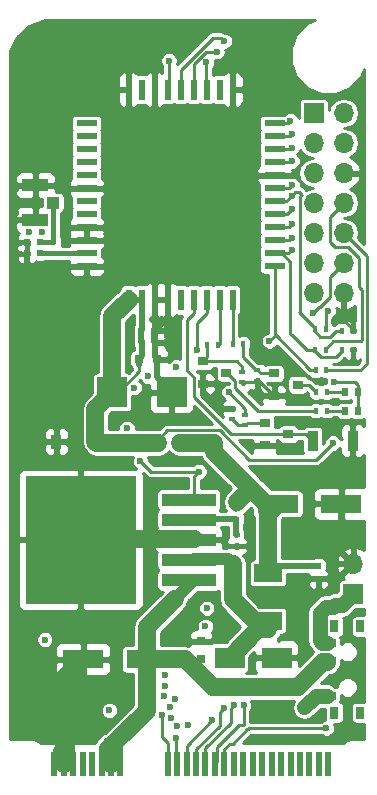
<source format=gtl>
G04 #@! TF.FileFunction,Copper,L1,Top,Signal*
%FSLAX46Y46*%
G04 Gerber Fmt 4.6, Leading zero omitted, Abs format (unit mm)*
G04 Created by KiCad (PCBNEW 4.0.7) date 06/11/18 13:45:27*
%MOMM*%
%LPD*%
G01*
G04 APERTURE LIST*
%ADD10C,0.100000*%
%ADD11R,0.600000X2.000000*%
%ADD12R,1.500000X0.700000*%
%ADD13R,0.800000X1.000000*%
%ADD14R,2.400000X1.500000*%
%ADD15C,0.600000*%
%ADD16R,4.600000X1.100000*%
%ADD17R,9.400000X10.800000*%
%ADD18R,1.700000X1.700000*%
%ADD19O,1.700000X1.700000*%
%ADD20R,2.550000X2.500000*%
%ADD21R,0.800000X0.750000*%
%ADD22R,0.600000X0.500000*%
%ADD23R,3.500000X1.600000*%
%ADD24R,0.750000X0.800000*%
%ADD25R,0.500000X0.600000*%
%ADD26R,0.900000X1.200000*%
%ADD27R,0.600000X0.700000*%
%ADD28R,1.050000X1.000000*%
%ADD29R,2.200000X1.050000*%
%ADD30R,0.700000X1.300000*%
%ADD31R,0.900000X0.800000*%
%ADD32R,0.400000X0.600000*%
%ADD33R,0.600000X0.400000*%
%ADD34R,0.900000X1.700000*%
%ADD35R,1.800000X0.600000*%
%ADD36R,0.600000X1.800000*%
%ADD37R,2.500000X1.800000*%
%ADD38C,0.250000*%
%ADD39C,1.500000*%
%ADD40C,0.500000*%
%ADD41C,0.400000*%
%ADD42C,1.000000*%
%ADD43C,1.300000*%
%ADD44C,0.254000*%
G04 APERTURE END LIST*
D10*
D11*
X131265001Y-126785001D03*
X132065001Y-126785001D03*
X132865001Y-126785001D03*
X133665001Y-126785001D03*
X134465001Y-126785001D03*
X135265001Y-126785001D03*
X136065001Y-126785001D03*
X136865001Y-126785001D03*
X140865001Y-126785001D03*
X141665001Y-126785001D03*
X142465001Y-126785001D03*
X143265001Y-126785001D03*
X144065001Y-126785001D03*
X144865001Y-126785001D03*
X145665001Y-126785001D03*
X146465001Y-126785001D03*
X147265001Y-126785001D03*
X148065001Y-126785001D03*
X148865001Y-126785001D03*
X149665001Y-126785001D03*
X150465001Y-126785001D03*
X151265001Y-126785001D03*
X152065001Y-126785001D03*
X152865001Y-126785001D03*
X153665001Y-126785001D03*
X154465001Y-126785001D03*
D12*
X154330000Y-121020000D03*
X154330000Y-118020000D03*
X154330000Y-116520000D03*
D13*
X157190000Y-122420000D03*
X157190000Y-115120000D03*
X154980000Y-115120000D03*
X154980000Y-122420000D03*
D14*
X149360000Y-114620000D03*
X149360000Y-110620000D03*
D15*
X152810000Y-107660000D03*
X153280000Y-102450000D03*
X151180000Y-102550000D03*
D16*
X142640000Y-111190000D03*
X142640000Y-109490000D03*
X142640000Y-107790000D03*
X142640000Y-106090000D03*
X142640000Y-104390000D03*
D17*
X133490000Y-107790000D03*
D15*
X130220000Y-81740000D03*
X151140000Y-70150000D03*
X148450000Y-65150000D03*
X147910000Y-67420000D03*
X147800000Y-66000000D03*
X135430000Y-67160000D03*
X133410000Y-68500000D03*
X134570000Y-65450000D03*
X136860000Y-66300000D03*
X133000000Y-66640000D03*
X130930000Y-69760000D03*
X129860000Y-71710000D03*
X129160000Y-81730000D03*
X129910000Y-84450000D03*
X130940000Y-84420000D03*
X132080000Y-84420000D03*
X129070000Y-74210000D03*
X130280000Y-74520000D03*
X131790000Y-74860000D03*
X131840000Y-76070000D03*
X130820000Y-75890000D03*
X129240000Y-75830000D03*
X132600000Y-123780000D03*
X129380000Y-122440000D03*
X130310000Y-120140000D03*
X130760000Y-122760000D03*
X132320000Y-120420000D03*
X131750000Y-121750000D03*
X131780000Y-114370000D03*
X129460000Y-99300000D03*
X129770000Y-94440000D03*
X131310000Y-96590000D03*
X131360000Y-89440000D03*
X129570000Y-92860000D03*
X132330000Y-95770000D03*
X132020000Y-92090000D03*
X133430000Y-91380000D03*
X129770000Y-89860000D03*
X129430000Y-85570000D03*
X130130000Y-87610000D03*
X149110000Y-64170000D03*
X147110000Y-64170000D03*
X145110000Y-64170000D03*
X143110000Y-64170000D03*
X141110000Y-64170000D03*
X139110000Y-64170000D03*
X137110000Y-64170000D03*
X135110000Y-64170000D03*
X133110000Y-64170000D03*
X131990000Y-65420000D03*
X128030000Y-66120000D03*
X128030000Y-68120000D03*
X128030000Y-70120000D03*
X128030000Y-72120000D03*
X128030000Y-74120000D03*
X128030000Y-76120000D03*
X128030000Y-78120000D03*
X128030000Y-80120000D03*
X128030000Y-82120000D03*
X128030000Y-84120000D03*
X128030000Y-86120000D03*
X128030000Y-88120000D03*
X128030000Y-90120000D03*
X128030000Y-92120000D03*
X128030000Y-94120000D03*
X128030000Y-96120000D03*
X128030000Y-98120000D03*
X128030000Y-100120000D03*
X128030000Y-102120000D03*
X128030000Y-104120000D03*
X128030000Y-106120000D03*
X128030000Y-108120000D03*
X128030000Y-110120000D03*
X128030000Y-112120000D03*
X128030000Y-114120000D03*
X128030000Y-116120000D03*
X128030000Y-118120000D03*
X128030000Y-120120000D03*
X128030000Y-122120000D03*
X128030000Y-124120000D03*
X156770000Y-118910000D03*
X145280000Y-114590000D03*
X133340000Y-93060000D03*
X129700000Y-96810000D03*
X130530000Y-91150000D03*
X131100000Y-94070000D03*
X129080000Y-114840000D03*
X129240000Y-117780000D03*
X136610000Y-114990000D03*
X153430000Y-122940000D03*
D18*
X153230000Y-71650000D03*
D19*
X155770000Y-71650000D03*
X153230000Y-74190000D03*
X155770000Y-74190000D03*
X153230000Y-76730000D03*
X155770000Y-76730000D03*
X153230000Y-79270000D03*
X155770000Y-79270000D03*
X153230000Y-81810000D03*
X155770000Y-81810000D03*
X153230000Y-84350000D03*
X155770000Y-84350000D03*
X153230000Y-86890000D03*
X155770000Y-86890000D03*
D15*
X156720000Y-92741000D03*
X137670000Y-91090000D03*
X151767000Y-99980000D03*
X138720000Y-97560000D03*
X145036000Y-96297000D03*
X146052000Y-103409000D03*
D20*
X136161000Y-95281000D03*
X141211000Y-95281000D03*
D21*
X139956000Y-92487000D03*
X138456000Y-92487000D03*
D22*
X138686000Y-91090000D03*
X139786000Y-91090000D03*
X138644000Y-90074000D03*
X139744000Y-90074000D03*
D23*
X139100000Y-117887000D03*
X133700000Y-117887000D03*
D24*
X143710000Y-116380000D03*
X143710000Y-117880000D03*
D25*
X153630000Y-109980000D03*
X153630000Y-111080000D03*
D26*
X134748000Y-99472000D03*
X131448000Y-99472000D03*
D27*
X156960000Y-95280000D03*
X155860000Y-95280000D03*
X156970000Y-96860000D03*
X155870000Y-96860000D03*
D28*
X131180000Y-79230000D03*
D29*
X129655000Y-80705000D03*
X129655000Y-77755000D03*
D18*
X156570000Y-112350000D03*
D19*
X156570000Y-109810000D03*
D30*
X141922000Y-99599000D03*
X140022000Y-99599000D03*
D31*
X149070000Y-97890000D03*
X149070000Y-99790000D03*
X151070000Y-98840000D03*
X149878000Y-93696000D03*
X149878000Y-95596000D03*
X151878000Y-94646000D03*
X143840000Y-92680000D03*
X143840000Y-94580000D03*
X145840000Y-93630000D03*
D32*
X153400000Y-93440000D03*
X154300000Y-93440000D03*
X153350000Y-91690000D03*
X154250000Y-91690000D03*
X153340000Y-89947000D03*
X154240000Y-89947000D03*
X155660000Y-90080000D03*
X156560000Y-90080000D03*
X155660000Y-91680000D03*
X156560000Y-91680000D03*
D33*
X146306000Y-96667000D03*
X146306000Y-97567000D03*
X147449000Y-97175000D03*
X147449000Y-98075000D03*
D32*
X154320000Y-95270000D03*
X153420000Y-95270000D03*
X147270000Y-91200000D03*
X146370000Y-91200000D03*
D33*
X148465000Y-94334000D03*
X148465000Y-93434000D03*
D32*
X154320000Y-96860000D03*
X153420000Y-96860000D03*
D33*
X146680000Y-105140000D03*
X146680000Y-106040000D03*
D32*
X144220000Y-91310000D03*
X145120000Y-91310000D03*
D33*
X147195000Y-94461000D03*
X147195000Y-93561000D03*
X146710000Y-107400000D03*
X146710000Y-108300000D03*
D34*
X156540000Y-99400000D03*
X153140000Y-99400000D03*
D35*
X149910000Y-84610000D03*
X149910000Y-83510000D03*
X149910000Y-82410000D03*
X149910000Y-81310000D03*
X149910000Y-80210000D03*
X149910000Y-79110000D03*
X149910000Y-78010000D03*
X149910000Y-76910000D03*
X149910000Y-75810000D03*
X149910000Y-74710000D03*
X149910000Y-73610000D03*
X149910000Y-72510000D03*
D36*
X146360000Y-69660000D03*
X145260000Y-69660000D03*
X144160000Y-69660000D03*
X143060000Y-69660000D03*
X141960000Y-69660000D03*
X140860000Y-69660000D03*
X139760000Y-69660000D03*
X138660000Y-69660000D03*
X137560000Y-69660000D03*
D35*
X134010000Y-72510000D03*
X134010000Y-73610000D03*
X134010000Y-74710000D03*
X134010000Y-75810000D03*
X134010000Y-76910000D03*
X134010000Y-78010000D03*
X134010000Y-79110000D03*
X134010000Y-80210000D03*
X134010000Y-81310000D03*
X134010000Y-82410000D03*
X134010000Y-83510000D03*
X134010000Y-84610000D03*
D36*
X137560000Y-87460000D03*
X138660000Y-87460000D03*
X139760000Y-87460000D03*
X140860000Y-87460000D03*
X141960000Y-87460000D03*
X143060000Y-87460000D03*
X144160000Y-87460000D03*
X145260000Y-87460000D03*
X146360000Y-87460000D03*
D33*
X131190000Y-82610000D03*
X131190000Y-83510000D03*
D22*
X130050000Y-83540000D03*
X128950000Y-83540000D03*
X130060000Y-82610000D03*
X128960000Y-82610000D03*
D23*
X150180000Y-104740000D03*
X155580000Y-104740000D03*
D37*
X146100000Y-117750000D03*
X150100000Y-117750000D03*
D15*
X154960000Y-94440000D03*
X154860000Y-99580000D03*
X140596942Y-120166942D03*
X138041000Y-94896890D03*
X144147000Y-67341000D03*
X140610000Y-119270000D03*
X140972000Y-67214000D03*
X137416000Y-98329000D03*
X141149489Y-122870381D03*
X151386000Y-73437000D03*
X141044529Y-121957457D03*
X151259000Y-72294000D03*
X142560000Y-123490000D03*
X151386000Y-75723000D03*
X154434000Y-88423000D03*
X146052000Y-95281000D03*
X138559000Y-101123000D03*
X153164000Y-88550000D03*
X143512000Y-102012000D03*
X141590000Y-124580000D03*
X144180000Y-113570000D03*
X151386000Y-78644000D03*
X147314950Y-121760000D03*
X151386000Y-83216000D03*
X146516130Y-121803476D03*
X149481000Y-90963000D03*
X141494380Y-121295915D03*
X145671000Y-65563000D03*
X141607000Y-93122000D03*
X140590000Y-121020000D03*
X139206000Y-93933984D03*
X145036000Y-66452000D03*
X154310000Y-123730000D03*
X151386000Y-82200000D03*
X145592843Y-122057244D03*
X151386000Y-81057000D03*
X144660000Y-123070000D03*
X151386000Y-79787000D03*
X140353908Y-122627534D03*
X144060000Y-115090000D03*
X151386000Y-77755000D03*
X135917400Y-122217700D03*
X130469100Y-116236000D03*
X143355401Y-91749484D03*
X141630000Y-123510000D03*
X151386000Y-74580000D03*
X152440000Y-121980000D03*
D38*
X154960000Y-94440000D02*
X156720000Y-94440000D01*
X156960000Y-94680000D02*
X156960000Y-95280000D01*
X156720000Y-94440000D02*
X156960000Y-94680000D01*
X147743294Y-101010001D02*
X153429999Y-101010001D01*
X153429999Y-101010001D02*
X154860000Y-99580000D01*
X156960000Y-95280000D02*
X156960000Y-96850000D01*
X156960000Y-96850000D02*
X156970000Y-96860000D01*
X140022000Y-99599000D02*
X140022000Y-99299000D01*
X140022000Y-99299000D02*
X140797010Y-98523990D01*
X140797010Y-98523990D02*
X145257283Y-98523990D01*
X145257283Y-98523990D02*
X147743294Y-101010001D01*
D39*
X136161000Y-95281000D02*
X136161000Y-88859000D01*
D38*
X136161000Y-95281000D02*
X136702997Y-95281000D01*
X136702997Y-95281000D02*
X138456000Y-93527997D01*
X138456000Y-93527997D02*
X138456000Y-92986000D01*
D40*
X138456000Y-92487000D02*
X138456000Y-92986000D01*
X138686000Y-91090000D02*
X138686000Y-92257000D01*
X138686000Y-92257000D02*
X138456000Y-92487000D01*
X138644000Y-90074000D02*
X138644000Y-91048000D01*
X138644000Y-91048000D02*
X138686000Y-91090000D01*
X138660000Y-87460000D02*
X138660000Y-90058000D01*
X138660000Y-90058000D02*
X138644000Y-90074000D01*
X138660000Y-87460000D02*
X137560000Y-87460000D01*
D39*
X136161000Y-88859000D02*
X137560000Y-87460000D01*
X134748000Y-99472000D02*
X134748000Y-96694000D01*
X134748000Y-96694000D02*
X136161000Y-95281000D01*
X140022000Y-99599000D02*
X134875000Y-99599000D01*
X134875000Y-99599000D02*
X134748000Y-99472000D01*
D40*
X153630000Y-111080000D02*
X155300000Y-111080000D01*
X155300000Y-111080000D02*
X156570000Y-109810000D01*
X155580000Y-104740000D02*
X155580000Y-108820000D01*
X155580000Y-108820000D02*
X156570000Y-109810000D01*
D39*
X143125000Y-107746000D02*
X133975000Y-107746000D01*
X133700000Y-117887000D02*
X132065001Y-119521999D01*
X132065001Y-119521999D02*
X132065001Y-126785001D01*
D38*
X146306000Y-96667000D02*
X145406000Y-96667000D01*
X145406000Y-96667000D02*
X145036000Y-96297000D01*
X143840000Y-94580000D02*
X143840000Y-95101000D01*
X143840000Y-95101000D02*
X145036000Y-96297000D01*
X147195000Y-94461000D02*
X148338000Y-94461000D01*
X148338000Y-94461000D02*
X148465000Y-94334000D01*
X148465000Y-94334000D02*
X148616000Y-94334000D01*
X148616000Y-94334000D02*
X149878000Y-95596000D01*
X132865001Y-126785001D02*
X132865001Y-118721999D01*
X132865001Y-118721999D02*
X133700000Y-117887000D01*
X131701000Y-122332000D02*
X133700000Y-120333000D01*
X133700000Y-120333000D02*
X133700000Y-117887000D01*
X131701000Y-125099002D02*
X131701000Y-122332000D01*
X131265001Y-126785001D02*
X131265001Y-125535001D01*
X131265001Y-125535001D02*
X131701000Y-125099002D01*
X133975000Y-101299000D02*
X132148000Y-99472000D01*
X132148000Y-99472000D02*
X131448000Y-99472000D01*
X131448000Y-100322000D02*
X131448000Y-99472000D01*
X131550000Y-99574000D02*
X131448000Y-99472000D01*
X134650000Y-117887000D02*
X133700000Y-117887000D01*
X155770000Y-86890000D02*
X155770000Y-89190000D01*
X155770000Y-89190000D02*
X156560000Y-89980000D01*
X156560000Y-89980000D02*
X156560000Y-90080000D01*
D40*
X140860000Y-87460000D02*
X140860000Y-88958000D01*
X140860000Y-88958000D02*
X139744000Y-90074000D01*
X139956000Y-92487000D02*
X139956000Y-94026000D01*
X139956000Y-94026000D02*
X141211000Y-95281000D01*
X139786000Y-91090000D02*
X139786000Y-92317000D01*
X139786000Y-92317000D02*
X139956000Y-92487000D01*
X139744000Y-90074000D02*
X139744000Y-91048000D01*
X139744000Y-91048000D02*
X139786000Y-91090000D01*
X139760000Y-87460000D02*
X139760000Y-90058000D01*
X139760000Y-90058000D02*
X139744000Y-90074000D01*
D38*
X144147000Y-67341000D02*
X144147000Y-69647000D01*
X144147000Y-69647000D02*
X144160000Y-69660000D01*
X140972000Y-67214000D02*
X140972000Y-69548000D01*
X140972000Y-69548000D02*
X140860000Y-69660000D01*
X149910000Y-73610000D02*
X151213000Y-73610000D01*
X151213000Y-73610000D02*
X151386000Y-73437000D01*
X149910000Y-72510000D02*
X151043000Y-72510000D01*
X151043000Y-72510000D02*
X151259000Y-72294000D01*
X149910000Y-75810000D02*
X151299000Y-75810000D01*
X151299000Y-75810000D02*
X151386000Y-75723000D01*
D41*
X143710000Y-117880000D02*
X143617000Y-117880000D01*
X143617000Y-117880000D02*
X142980000Y-118517000D01*
D42*
X141444001Y-112826999D02*
X143125000Y-111146000D01*
D39*
X142980000Y-118517000D02*
X144693000Y-120230000D01*
X142350000Y-117887000D02*
X142980000Y-118517000D01*
X139100000Y-117887000D02*
X142350000Y-117887000D01*
X144693000Y-120230000D02*
X151927245Y-120230000D01*
X151927245Y-120230000D02*
X154037235Y-118120010D01*
X154037235Y-118120010D02*
X154330000Y-118120010D01*
X139100000Y-117887000D02*
X139100000Y-121230000D01*
X139100000Y-121230000D02*
X139100000Y-122250002D01*
D40*
X143710000Y-117905000D02*
X143710000Y-117880000D01*
D39*
X141444001Y-112826999D02*
X139100000Y-115171000D01*
X136273000Y-125077002D02*
X136273000Y-126577002D01*
X136273000Y-126577002D02*
X136065001Y-126785001D01*
X139100000Y-122250002D02*
X136273000Y-125077002D01*
D40*
X136865001Y-126785001D02*
X136865001Y-125285001D01*
X136865001Y-125285001D02*
X136657002Y-125077002D01*
X136657002Y-125077002D02*
X136273000Y-125077002D01*
X136273000Y-125077002D02*
X136137004Y-125077002D01*
X136137004Y-125077002D02*
X135805002Y-124745000D01*
X135265001Y-126785001D02*
X135265001Y-125285001D01*
X135265001Y-125285001D02*
X135805002Y-124745000D01*
X138150000Y-117887000D02*
X139100000Y-117887000D01*
D39*
X139100000Y-117887000D02*
X139100000Y-115171000D01*
X149360000Y-109870000D02*
X149360000Y-105560000D01*
X149360000Y-105560000D02*
X150180000Y-104740000D01*
D40*
X149880000Y-109980000D02*
X153630000Y-109980000D01*
X146710000Y-104601002D02*
X146710000Y-105110000D01*
X146710000Y-105110000D02*
X146680000Y-105140000D01*
D39*
X147930000Y-103440000D02*
X149230000Y-104740000D01*
X144812000Y-100322000D02*
X147930000Y-103440000D01*
X147930000Y-103440000D02*
X147871002Y-103440000D01*
X147871002Y-103440000D02*
X146710000Y-104601002D01*
X141922000Y-99599000D02*
X144812000Y-99599000D01*
X144812000Y-99599000D02*
X144812000Y-100322000D01*
X149230000Y-104740000D02*
X150180000Y-104740000D01*
D38*
X154320000Y-95270000D02*
X155850000Y-95270000D01*
X155850000Y-95270000D02*
X155860000Y-95280000D01*
X154320000Y-96860000D02*
X155870000Y-96860000D01*
D39*
X149360000Y-115370000D02*
X148480000Y-115370000D01*
X148480000Y-115370000D02*
X146100000Y-117750000D01*
X146375001Y-109835999D02*
X146375001Y-112835001D01*
X146375001Y-112835001D02*
X148910000Y-115370000D01*
X148910000Y-115370000D02*
X149360000Y-115370000D01*
D42*
X143125000Y-109446000D02*
X145985002Y-109446000D01*
X145985002Y-109446000D02*
X146375001Y-109835999D01*
D40*
X143193000Y-109378000D02*
X143125000Y-109446000D01*
D38*
X154240000Y-89947000D02*
X154240000Y-88617000D01*
X154240000Y-88617000D02*
X154434000Y-88423000D01*
X147449000Y-97175000D02*
X147449000Y-96678000D01*
X147449000Y-96678000D02*
X146052000Y-95281000D01*
X138559000Y-101123000D02*
X139448000Y-102012000D01*
X139448000Y-102012000D02*
X143512000Y-102012000D01*
X153164000Y-88550000D02*
X153644988Y-88069012D01*
X153644988Y-88069012D02*
X153789990Y-88069012D01*
X153789990Y-88069012D02*
X154594999Y-87264003D01*
X154594999Y-85525001D02*
X154920001Y-85199999D01*
X154920001Y-85199999D02*
X155770000Y-84350000D01*
X154594999Y-87264003D02*
X154594999Y-85525001D01*
X143125000Y-104346000D02*
X143125000Y-102399000D01*
X143125000Y-102399000D02*
X143512000Y-102012000D01*
X141590000Y-124580000D02*
X141590000Y-126710000D01*
X141590000Y-126710000D02*
X141665001Y-126785001D01*
X151386000Y-78644000D02*
X151685999Y-78344001D01*
X151685999Y-78344001D02*
X151975001Y-78344001D01*
X152054999Y-88561999D02*
X152551000Y-89058000D01*
X151975001Y-78344001D02*
X152195999Y-78564999D01*
X152195999Y-78564999D02*
X152054999Y-78705999D01*
X152054999Y-78705999D02*
X152054999Y-88561999D01*
X152275000Y-88782000D02*
X152551000Y-89058000D01*
X152551000Y-89058000D02*
X153340000Y-89847000D01*
X149910000Y-79110000D02*
X150920000Y-79110000D01*
X150920000Y-79110000D02*
X151386000Y-78644000D01*
X152021000Y-88528000D02*
X152275000Y-88782000D01*
X153340000Y-89947000D02*
X153340000Y-90132002D01*
X153340000Y-90132002D02*
X153789998Y-90582000D01*
X153789998Y-90582000D02*
X154621590Y-90582000D01*
X154621590Y-90582000D02*
X155123590Y-90080000D01*
X155123590Y-90080000D02*
X155210000Y-90080000D01*
X155210000Y-90080000D02*
X155660000Y-90080000D01*
X153340000Y-89847000D02*
X153340000Y-89947000D01*
X150510000Y-79110000D02*
X149910000Y-79110000D01*
X155660000Y-90180000D02*
X155660000Y-90080000D01*
D41*
X130050000Y-83540000D02*
X131160000Y-83540000D01*
X131160000Y-83540000D02*
X131190000Y-83510000D01*
X132710000Y-83510000D02*
X131190000Y-83510000D01*
X134010000Y-83510000D02*
X132710000Y-83510000D01*
D38*
X147449000Y-98075000D02*
X146814000Y-98075000D01*
X146814000Y-98075000D02*
X146306000Y-97567000D01*
X149070000Y-97890000D02*
X147634000Y-97890000D01*
X147634000Y-97890000D02*
X147449000Y-98075000D01*
X151070000Y-98840000D02*
X152580000Y-98840000D01*
X152580000Y-98840000D02*
X153140000Y-99400000D01*
X143060000Y-87460000D02*
X143060000Y-88610000D01*
X143060000Y-88610000D02*
X142496000Y-89174000D01*
X142496000Y-89174000D02*
X142496000Y-93455998D01*
X142496000Y-93455998D02*
X143064999Y-94024997D01*
X143064999Y-95650001D02*
X146223997Y-98808999D01*
X150370000Y-98840000D02*
X151070000Y-98840000D01*
X143064999Y-94024997D02*
X143064999Y-95650001D01*
X146223997Y-98808999D02*
X150338999Y-98808999D01*
X150338999Y-98808999D02*
X150370000Y-98840000D01*
X149878000Y-93696000D02*
X148727000Y-93696000D01*
X148727000Y-93696000D02*
X148465000Y-93434000D01*
X147270000Y-91200000D02*
X147270000Y-92339000D01*
X147270000Y-92339000D02*
X148365000Y-93434000D01*
X148365000Y-93434000D02*
X148465000Y-93434000D01*
X151878000Y-94646000D02*
X152796000Y-94646000D01*
X152796000Y-94646000D02*
X153420000Y-95270000D01*
X153420000Y-95170000D02*
X153420000Y-95270000D01*
X144220000Y-91310000D02*
X144220000Y-92300000D01*
X144220000Y-92300000D02*
X143840000Y-92680000D01*
X143840000Y-92680000D02*
X146764000Y-92680000D01*
X146764000Y-92680000D02*
X147195000Y-93111000D01*
X147195000Y-93111000D02*
X147195000Y-93561000D01*
X145840000Y-93630000D02*
X145890000Y-93630000D01*
X145890000Y-93630000D02*
X146569999Y-94309999D01*
X146569999Y-94921001D02*
X148508998Y-96860000D01*
X152970000Y-96860000D02*
X153420000Y-96860000D01*
X146569999Y-94309999D02*
X146569999Y-94921001D01*
X148508998Y-96860000D02*
X152970000Y-96860000D01*
X146885050Y-123494950D02*
X145040000Y-125340000D01*
X145040000Y-125340000D02*
X145040000Y-126610002D01*
X145040000Y-126610002D02*
X144865001Y-126785001D01*
X147314950Y-123494950D02*
X146885050Y-123494950D01*
X147314950Y-121760000D02*
X147314950Y-123494950D01*
X149910000Y-83510000D02*
X151092000Y-83510000D01*
X151092000Y-83510000D02*
X151386000Y-83216000D01*
X151386000Y-90455000D02*
X152621000Y-91690000D01*
X151259000Y-90328000D02*
X151386000Y-90455000D01*
X152621000Y-91690000D02*
X153350000Y-91690000D01*
X151259000Y-84259000D02*
X151259000Y-90328000D01*
X149910000Y-83510000D02*
X150510000Y-83510000D01*
X150510000Y-83510000D02*
X151259000Y-84259000D01*
X155660000Y-91680000D02*
X155660000Y-91780000D01*
X155660000Y-91780000D02*
X155124999Y-92315001D01*
X155124999Y-92315001D02*
X153875001Y-92315001D01*
X153875001Y-92315001D02*
X153350000Y-91790000D01*
X153350000Y-91790000D02*
X153350000Y-91690000D01*
X153350000Y-91690000D02*
X153350000Y-91875002D01*
X149910000Y-83510000D02*
X150595002Y-83510000D01*
X146216131Y-123253869D02*
X144065001Y-125404999D01*
X144065001Y-125404999D02*
X144065001Y-126785001D01*
X146516130Y-121803476D02*
X146216131Y-122103475D01*
X146216131Y-122103475D02*
X146216131Y-123253869D01*
X149910000Y-90400000D02*
X149910000Y-90534000D01*
X149910000Y-90534000D02*
X149481000Y-90963000D01*
X149910000Y-84610000D02*
X149910000Y-85550000D01*
X149910000Y-84610000D02*
X149910000Y-90400000D01*
X149910000Y-90400000D02*
X152950000Y-93440000D01*
X152950000Y-93440000D02*
X153400000Y-93440000D01*
X145671000Y-65563000D02*
X145371001Y-65263001D01*
X141960000Y-67966588D02*
X141960000Y-68510000D01*
X145371001Y-65263001D02*
X144663587Y-65263001D01*
X144663587Y-65263001D02*
X141960000Y-67966588D01*
X141960000Y-68510000D02*
X141960000Y-69660000D01*
X145036000Y-66452000D02*
X144110998Y-66452000D01*
X144110998Y-66452000D02*
X143060000Y-67502998D01*
X143060000Y-67502998D02*
X143060000Y-68510000D01*
X143060000Y-68510000D02*
X143060000Y-69660000D01*
X147780000Y-123730000D02*
X147680000Y-123830000D01*
X146371309Y-125075001D02*
X146125001Y-125075001D01*
X147680000Y-123830000D02*
X147616310Y-123830000D01*
X147616310Y-123830000D02*
X146371309Y-125075001D01*
X154310000Y-123730000D02*
X147780000Y-123730000D01*
X146125001Y-125075001D02*
X145665001Y-125535001D01*
X145665001Y-125535001D02*
X145665001Y-126785001D01*
X149910000Y-82410000D02*
X151176000Y-82410000D01*
X151176000Y-82410000D02*
X151386000Y-82200000D01*
X145292844Y-123540746D02*
X145259256Y-123540746D01*
X145259256Y-123540746D02*
X143265001Y-125535001D01*
X143265001Y-125535001D02*
X143265001Y-126785001D01*
X145592843Y-122057244D02*
X145292844Y-122357243D01*
X145292844Y-122357243D02*
X145292844Y-123540746D01*
X149910000Y-81310000D02*
X151133000Y-81310000D01*
X151133000Y-81310000D02*
X151386000Y-81057000D01*
X144660000Y-123070000D02*
X142465001Y-125264999D01*
X142465001Y-125264999D02*
X142465001Y-126785001D01*
X149910000Y-80210000D02*
X150963000Y-80210000D01*
X150963000Y-80210000D02*
X151386000Y-79787000D01*
X140353908Y-124443908D02*
X140865001Y-124955001D01*
X140865001Y-124955001D02*
X140865001Y-126785001D01*
X140353908Y-122627534D02*
X140353908Y-124443908D01*
X149910000Y-78010000D02*
X151131000Y-78010000D01*
X151131000Y-78010000D02*
X151386000Y-77755000D01*
X146360000Y-87460000D02*
X146360000Y-91190000D01*
X146360000Y-91190000D02*
X146370000Y-91200000D01*
D40*
X146680000Y-106040000D02*
X146680000Y-107370000D01*
X146680000Y-107370000D02*
X146710000Y-107400000D01*
X146680000Y-106040000D02*
X142690000Y-106040000D01*
X142690000Y-106040000D02*
X142640000Y-106090000D01*
D38*
X145260000Y-87460000D02*
X145260000Y-91170000D01*
X145260000Y-91170000D02*
X145120000Y-91310000D01*
X144160000Y-87460000D02*
X144160000Y-88610000D01*
X144160000Y-88610000D02*
X143321500Y-89448500D01*
X143321500Y-89448500D02*
X143321500Y-91750400D01*
X154250000Y-91690000D02*
X154250000Y-91590000D01*
X157285990Y-90905010D02*
X157285990Y-86591989D01*
X154250000Y-91590000D02*
X154877000Y-90963000D01*
X157085001Y-86391000D02*
X157085001Y-83925999D01*
X156144003Y-82985001D02*
X155016001Y-82985001D01*
X154877000Y-90963000D02*
X157228000Y-90963000D01*
X157228000Y-90963000D02*
X157285990Y-90905010D01*
X154920001Y-80119999D02*
X155770000Y-79270000D01*
X157285990Y-86591989D02*
X157085001Y-86391000D01*
X157085001Y-83925999D02*
X156144003Y-82985001D01*
X155016001Y-82985001D02*
X154594999Y-82563999D01*
X154594999Y-82563999D02*
X154594999Y-80445001D01*
X154594999Y-80445001D02*
X154920001Y-80119999D01*
D43*
X155020000Y-113320000D02*
X155600000Y-113320000D01*
X155600000Y-113320000D02*
X156570000Y-112350000D01*
X154229998Y-113440000D02*
X154900000Y-113440000D01*
X154900000Y-113440000D02*
X155020000Y-113320000D01*
X153729999Y-116300001D02*
X153729999Y-113939999D01*
X153729999Y-113939999D02*
X154229998Y-113440000D01*
X154330000Y-116520000D02*
X153949998Y-116520000D01*
X153949998Y-116520000D02*
X153729999Y-116300001D01*
D38*
X149910000Y-74710000D02*
X151256000Y-74710000D01*
X151256000Y-74710000D02*
X151386000Y-74580000D01*
D43*
X154330000Y-121020000D02*
X153400000Y-121020000D01*
X153400000Y-121020000D02*
X152440000Y-121980000D01*
D38*
X157303000Y-83343000D02*
X155770000Y-81810000D01*
X157736000Y-92868000D02*
X157736000Y-83776000D01*
X157736000Y-83776000D02*
X157303000Y-83343000D01*
X157164000Y-93440000D02*
X157736000Y-92868000D01*
X154300000Y-93440000D02*
X157164000Y-93440000D01*
D41*
X130060000Y-82610000D02*
X131190000Y-82610000D01*
X131190000Y-82610000D02*
X131190000Y-79240000D01*
X131190000Y-79240000D02*
X131180000Y-79230000D01*
D44*
G36*
X157513000Y-114184635D02*
X156790000Y-114184635D01*
X156631763Y-114214409D01*
X156486433Y-114307927D01*
X156388936Y-114450619D01*
X156354635Y-114620000D01*
X156354635Y-115620000D01*
X156384409Y-115778237D01*
X156477927Y-115923567D01*
X156620619Y-116021064D01*
X156790000Y-116055365D01*
X157513000Y-116055365D01*
X157513000Y-121484635D01*
X156790000Y-121484635D01*
X156631763Y-121514409D01*
X156486433Y-121607927D01*
X156388936Y-121750619D01*
X156354635Y-121920000D01*
X156354635Y-122920000D01*
X156384409Y-123078237D01*
X156477927Y-123223567D01*
X156620619Y-123321064D01*
X156790000Y-123355365D01*
X157513000Y-123355365D01*
X157513000Y-124613000D01*
X156680000Y-124613000D01*
X156673787Y-124614236D01*
X156646608Y-124613289D01*
X156592136Y-124622165D01*
X156536942Y-124622165D01*
X156226972Y-124683823D01*
X156226967Y-124683823D01*
X156130033Y-124723975D01*
X156055018Y-124755047D01*
X156055016Y-124755049D01*
X155792236Y-124930633D01*
X155750585Y-124972284D01*
X147257424Y-124969532D01*
X147885914Y-124341042D01*
X147891242Y-124339982D01*
X147978018Y-124282000D01*
X153833800Y-124282000D01*
X153897650Y-124345961D01*
X154164756Y-124456874D01*
X154453975Y-124457126D01*
X154721275Y-124346680D01*
X154925961Y-124142350D01*
X155036874Y-123875244D01*
X155037126Y-123586025D01*
X154941819Y-123355365D01*
X155380000Y-123355365D01*
X155538237Y-123325591D01*
X155683567Y-123232073D01*
X155781064Y-123089381D01*
X155815365Y-122920000D01*
X155815365Y-121920000D01*
X155785591Y-121761763D01*
X155692073Y-121616433D01*
X155549381Y-121518936D01*
X155487732Y-121506452D01*
X155515365Y-121370000D01*
X155515365Y-120935710D01*
X155592571Y-121013051D01*
X155914789Y-121146847D01*
X156263681Y-121147151D01*
X156586131Y-121013918D01*
X156833051Y-120767429D01*
X156966847Y-120445211D01*
X156967151Y-120096319D01*
X156833918Y-119773869D01*
X156587429Y-119526949D01*
X156265211Y-119393153D01*
X155916319Y-119392849D01*
X155593869Y-119526082D01*
X155346949Y-119772571D01*
X155213153Y-120094789D01*
X155213008Y-120261570D01*
X155080000Y-120234635D01*
X155055918Y-120234635D01*
X154742150Y-120024982D01*
X154330000Y-119943000D01*
X153878774Y-119943000D01*
X154573125Y-119248649D01*
X154780418Y-119207416D01*
X155162265Y-118952275D01*
X155312064Y-118728084D01*
X155383567Y-118682073D01*
X155481064Y-118539381D01*
X155515365Y-118370000D01*
X155515365Y-117935710D01*
X155592571Y-118013051D01*
X155914789Y-118146847D01*
X156263681Y-118147151D01*
X156586131Y-118013918D01*
X156833051Y-117767429D01*
X156966847Y-117445211D01*
X156967151Y-117096319D01*
X156833918Y-116773869D01*
X156587429Y-116526949D01*
X156265211Y-116393153D01*
X155916319Y-116392849D01*
X155593869Y-116526082D01*
X155515365Y-116604449D01*
X155515365Y-116170000D01*
X155489904Y-116034685D01*
X155538237Y-116025591D01*
X155683567Y-115932073D01*
X155781064Y-115789381D01*
X155815365Y-115620000D01*
X155815365Y-114620000D01*
X155785591Y-114461763D01*
X155727586Y-114371621D01*
X156012150Y-114315018D01*
X156361554Y-114081554D01*
X156807743Y-113635365D01*
X157420000Y-113635365D01*
X157513000Y-113617866D01*
X157513000Y-114184635D01*
X157513000Y-114184635D01*
G37*
X157513000Y-114184635D02*
X156790000Y-114184635D01*
X156631763Y-114214409D01*
X156486433Y-114307927D01*
X156388936Y-114450619D01*
X156354635Y-114620000D01*
X156354635Y-115620000D01*
X156384409Y-115778237D01*
X156477927Y-115923567D01*
X156620619Y-116021064D01*
X156790000Y-116055365D01*
X157513000Y-116055365D01*
X157513000Y-121484635D01*
X156790000Y-121484635D01*
X156631763Y-121514409D01*
X156486433Y-121607927D01*
X156388936Y-121750619D01*
X156354635Y-121920000D01*
X156354635Y-122920000D01*
X156384409Y-123078237D01*
X156477927Y-123223567D01*
X156620619Y-123321064D01*
X156790000Y-123355365D01*
X157513000Y-123355365D01*
X157513000Y-124613000D01*
X156680000Y-124613000D01*
X156673787Y-124614236D01*
X156646608Y-124613289D01*
X156592136Y-124622165D01*
X156536942Y-124622165D01*
X156226972Y-124683823D01*
X156226967Y-124683823D01*
X156130033Y-124723975D01*
X156055018Y-124755047D01*
X156055016Y-124755049D01*
X155792236Y-124930633D01*
X155750585Y-124972284D01*
X147257424Y-124969532D01*
X147885914Y-124341042D01*
X147891242Y-124339982D01*
X147978018Y-124282000D01*
X153833800Y-124282000D01*
X153897650Y-124345961D01*
X154164756Y-124456874D01*
X154453975Y-124457126D01*
X154721275Y-124346680D01*
X154925961Y-124142350D01*
X155036874Y-123875244D01*
X155037126Y-123586025D01*
X154941819Y-123355365D01*
X155380000Y-123355365D01*
X155538237Y-123325591D01*
X155683567Y-123232073D01*
X155781064Y-123089381D01*
X155815365Y-122920000D01*
X155815365Y-121920000D01*
X155785591Y-121761763D01*
X155692073Y-121616433D01*
X155549381Y-121518936D01*
X155487732Y-121506452D01*
X155515365Y-121370000D01*
X155515365Y-120935710D01*
X155592571Y-121013051D01*
X155914789Y-121146847D01*
X156263681Y-121147151D01*
X156586131Y-121013918D01*
X156833051Y-120767429D01*
X156966847Y-120445211D01*
X156967151Y-120096319D01*
X156833918Y-119773869D01*
X156587429Y-119526949D01*
X156265211Y-119393153D01*
X155916319Y-119392849D01*
X155593869Y-119526082D01*
X155346949Y-119772571D01*
X155213153Y-120094789D01*
X155213008Y-120261570D01*
X155080000Y-120234635D01*
X155055918Y-120234635D01*
X154742150Y-120024982D01*
X154330000Y-119943000D01*
X153878774Y-119943000D01*
X154573125Y-119248649D01*
X154780418Y-119207416D01*
X155162265Y-118952275D01*
X155312064Y-118728084D01*
X155383567Y-118682073D01*
X155481064Y-118539381D01*
X155515365Y-118370000D01*
X155515365Y-117935710D01*
X155592571Y-118013051D01*
X155914789Y-118146847D01*
X156263681Y-118147151D01*
X156586131Y-118013918D01*
X156833051Y-117767429D01*
X156966847Y-117445211D01*
X156967151Y-117096319D01*
X156833918Y-116773869D01*
X156587429Y-116526949D01*
X156265211Y-116393153D01*
X155916319Y-116392849D01*
X155593869Y-116526082D01*
X155515365Y-116604449D01*
X155515365Y-116170000D01*
X155489904Y-116034685D01*
X155538237Y-116025591D01*
X155683567Y-115932073D01*
X155781064Y-115789381D01*
X155815365Y-115620000D01*
X155815365Y-114620000D01*
X155785591Y-114461763D01*
X155727586Y-114371621D01*
X156012150Y-114315018D01*
X156361554Y-114081554D01*
X156807743Y-113635365D01*
X157420000Y-113635365D01*
X157513000Y-113617866D01*
X157513000Y-114184635D01*
G36*
X152674439Y-64042687D02*
X151765877Y-64949664D01*
X151273561Y-66135294D01*
X151272441Y-67419074D01*
X151762687Y-68605561D01*
X152669664Y-69514123D01*
X153855294Y-70006439D01*
X155139074Y-70007559D01*
X156325561Y-69517313D01*
X157234123Y-68610336D01*
X157513000Y-67938725D01*
X157513000Y-82772354D01*
X156985517Y-82244871D01*
X157072018Y-81810000D01*
X156974812Y-81321313D01*
X156697993Y-80907025D01*
X156283705Y-80630206D01*
X155830209Y-80540000D01*
X156283705Y-80449794D01*
X156697993Y-80172975D01*
X156974812Y-79758687D01*
X157072018Y-79270000D01*
X156974812Y-78781313D01*
X156697993Y-78367025D01*
X156290417Y-78094691D01*
X156651358Y-77925183D01*
X157041645Y-77496924D01*
X157211476Y-77086890D01*
X157090155Y-76857000D01*
X155897000Y-76857000D01*
X155897000Y-76877000D01*
X155643000Y-76877000D01*
X155643000Y-76857000D01*
X155623000Y-76857000D01*
X155623000Y-76603000D01*
X155643000Y-76603000D01*
X155643000Y-76583000D01*
X155897000Y-76583000D01*
X155897000Y-76603000D01*
X157090155Y-76603000D01*
X157211476Y-76373110D01*
X157041645Y-75963076D01*
X156651358Y-75534817D01*
X156290417Y-75365309D01*
X156697993Y-75092975D01*
X156974812Y-74678687D01*
X157072018Y-74190000D01*
X156974812Y-73701313D01*
X156697993Y-73287025D01*
X156283705Y-73010206D01*
X155830209Y-72920000D01*
X156283705Y-72829794D01*
X156697993Y-72552975D01*
X156974812Y-72138687D01*
X157072018Y-71650000D01*
X156974812Y-71161313D01*
X156697993Y-70747025D01*
X156283705Y-70470206D01*
X155795018Y-70373000D01*
X155744982Y-70373000D01*
X155256295Y-70470206D01*
X154842007Y-70747025D01*
X154565188Y-71161313D01*
X154515365Y-71411790D01*
X154515365Y-70800000D01*
X154485591Y-70641763D01*
X154392073Y-70496433D01*
X154249381Y-70398936D01*
X154080000Y-70364635D01*
X152380000Y-70364635D01*
X152221763Y-70394409D01*
X152076433Y-70487927D01*
X151978936Y-70630619D01*
X151944635Y-70800000D01*
X151944635Y-72049609D01*
X151875680Y-71882725D01*
X151671350Y-71678039D01*
X151404244Y-71567126D01*
X151115025Y-71566874D01*
X150847725Y-71677320D01*
X150750240Y-71774635D01*
X149010000Y-71774635D01*
X148851763Y-71804409D01*
X148706433Y-71897927D01*
X148608936Y-72040619D01*
X148574635Y-72210000D01*
X148574635Y-72810000D01*
X148604409Y-72968237D01*
X148663730Y-73060424D01*
X148608936Y-73140619D01*
X148574635Y-73310000D01*
X148574635Y-73910000D01*
X148604409Y-74068237D01*
X148663730Y-74160424D01*
X148608936Y-74240619D01*
X148574635Y-74410000D01*
X148574635Y-75010000D01*
X148604409Y-75168237D01*
X148663730Y-75260424D01*
X148608936Y-75340619D01*
X148574635Y-75510000D01*
X148574635Y-76110000D01*
X148580548Y-76141426D01*
X148471673Y-76250301D01*
X148375000Y-76483690D01*
X148375000Y-76624250D01*
X148533750Y-76783000D01*
X149783000Y-76783000D01*
X149783000Y-76763000D01*
X150037000Y-76763000D01*
X150037000Y-76783000D01*
X151286250Y-76783000D01*
X151445000Y-76624250D01*
X151445000Y-76483690D01*
X151431062Y-76450040D01*
X151529975Y-76450126D01*
X151797275Y-76339680D01*
X152001961Y-76135350D01*
X152112874Y-75868244D01*
X152113126Y-75579025D01*
X152002680Y-75311725D01*
X151842634Y-75151400D01*
X152001961Y-74992350D01*
X152091190Y-74777465D01*
X152302007Y-75092975D01*
X152716295Y-75369794D01*
X153169791Y-75460000D01*
X152716295Y-75550206D01*
X152302007Y-75827025D01*
X152025188Y-76241313D01*
X151927982Y-76730000D01*
X152025188Y-77218687D01*
X152302007Y-77632975D01*
X152716295Y-77909794D01*
X153169791Y-78000000D01*
X152716295Y-78090206D01*
X152587419Y-78176318D01*
X152586322Y-78174676D01*
X152365324Y-77953678D01*
X152186243Y-77834019D01*
X152112944Y-77819439D01*
X152113126Y-77611025D01*
X152002680Y-77343725D01*
X151798350Y-77139039D01*
X151531244Y-77028126D01*
X151242025Y-77027874D01*
X151219938Y-77037000D01*
X150037000Y-77037000D01*
X150037000Y-77057000D01*
X149783000Y-77057000D01*
X149783000Y-77037000D01*
X148533750Y-77037000D01*
X148375000Y-77195750D01*
X148375000Y-77336310D01*
X148471673Y-77569699D01*
X148580923Y-77678949D01*
X148574635Y-77710000D01*
X148574635Y-78310000D01*
X148604409Y-78468237D01*
X148663730Y-78560424D01*
X148608936Y-78640619D01*
X148574635Y-78810000D01*
X148574635Y-79410000D01*
X148604409Y-79568237D01*
X148663730Y-79660424D01*
X148608936Y-79740619D01*
X148574635Y-79910000D01*
X148574635Y-80510000D01*
X148604409Y-80668237D01*
X148663730Y-80760424D01*
X148608936Y-80840619D01*
X148574635Y-81010000D01*
X148574635Y-81610000D01*
X148604409Y-81768237D01*
X148663730Y-81860424D01*
X148608936Y-81940619D01*
X148574635Y-82110000D01*
X148574635Y-82710000D01*
X148604409Y-82868237D01*
X148663730Y-82960424D01*
X148608936Y-83040619D01*
X148574635Y-83210000D01*
X148574635Y-83810000D01*
X148604409Y-83968237D01*
X148663730Y-84060424D01*
X148608936Y-84140619D01*
X148574635Y-84310000D01*
X148574635Y-84910000D01*
X148604409Y-85068237D01*
X148697927Y-85213567D01*
X148840619Y-85311064D01*
X149010000Y-85345365D01*
X149358000Y-85345365D01*
X149358000Y-90235892D01*
X149337025Y-90235874D01*
X149069725Y-90346320D01*
X148865039Y-90550650D01*
X148754126Y-90817756D01*
X148753874Y-91106975D01*
X148864320Y-91374275D01*
X149068650Y-91578961D01*
X149335756Y-91689874D01*
X149624975Y-91690126D01*
X149892275Y-91579680D01*
X150096961Y-91375350D01*
X150099233Y-91369879D01*
X152559677Y-93830323D01*
X152738758Y-93949982D01*
X152840762Y-93970272D01*
X152887927Y-94043567D01*
X153030619Y-94141064D01*
X153200000Y-94175365D01*
X153600000Y-94175365D01*
X153758237Y-94145591D01*
X153850424Y-94086270D01*
X153930619Y-94141064D01*
X154100000Y-94175365D01*
X154282702Y-94175365D01*
X154233126Y-94294756D01*
X154232917Y-94534635D01*
X154120000Y-94534635D01*
X153961763Y-94564409D01*
X153869576Y-94623730D01*
X153789381Y-94568936D01*
X153620000Y-94534635D01*
X153465281Y-94534635D01*
X153186323Y-94255677D01*
X153007242Y-94136018D01*
X152796000Y-94094000D01*
X152734765Y-94094000D01*
X152733591Y-94087763D01*
X152640073Y-93942433D01*
X152497381Y-93844936D01*
X152328000Y-93810635D01*
X151428000Y-93810635D01*
X151269763Y-93840409D01*
X151124433Y-93933927D01*
X151026936Y-94076619D01*
X150992635Y-94246000D01*
X150992635Y-95046000D01*
X151022409Y-95204237D01*
X151115927Y-95349567D01*
X151258619Y-95447064D01*
X151428000Y-95481365D01*
X152328000Y-95481365D01*
X152486237Y-95451591D01*
X152631567Y-95358073D01*
X152670478Y-95301124D01*
X152784635Y-95415281D01*
X152784635Y-95570000D01*
X152814409Y-95728237D01*
X152907927Y-95873567D01*
X153050619Y-95971064D01*
X153220000Y-96005365D01*
X153620000Y-96005365D01*
X153778237Y-95975591D01*
X153870424Y-95916270D01*
X153950619Y-95971064D01*
X154120000Y-96005365D01*
X154520000Y-96005365D01*
X154678237Y-95975591D01*
X154823567Y-95882073D01*
X154864613Y-95822000D01*
X155176135Y-95822000D01*
X155247927Y-95933567D01*
X155390619Y-96031064D01*
X155560000Y-96065365D01*
X156160000Y-96065365D01*
X156318237Y-96035591D01*
X156408000Y-95977830D01*
X156408000Y-96155821D01*
X156339381Y-96108936D01*
X156170000Y-96074635D01*
X155570000Y-96074635D01*
X155411763Y-96104409D01*
X155266433Y-96197927D01*
X155191224Y-96308000D01*
X154865256Y-96308000D01*
X154832073Y-96256433D01*
X154689381Y-96158936D01*
X154520000Y-96124635D01*
X154120000Y-96124635D01*
X153961763Y-96154409D01*
X153869576Y-96213730D01*
X153789381Y-96158936D01*
X153620000Y-96124635D01*
X153220000Y-96124635D01*
X153061763Y-96154409D01*
X152916433Y-96247927D01*
X152875387Y-96308000D01*
X150886085Y-96308000D01*
X150963000Y-96122310D01*
X150963000Y-95881750D01*
X150804250Y-95723000D01*
X150005000Y-95723000D01*
X150005000Y-95743000D01*
X149751000Y-95743000D01*
X149751000Y-95723000D01*
X148951750Y-95723000D01*
X148793000Y-95881750D01*
X148793000Y-96122310D01*
X148869915Y-96308000D01*
X148737644Y-96308000D01*
X147695085Y-95265441D01*
X147854699Y-95199327D01*
X147930033Y-95123993D01*
X148038690Y-95169000D01*
X148179250Y-95169000D01*
X148338000Y-95010250D01*
X148338000Y-94434000D01*
X148318000Y-94434000D01*
X148318000Y-94234000D01*
X148338000Y-94234000D01*
X148338000Y-94187000D01*
X148487350Y-94187000D01*
X148515758Y-94205982D01*
X148592000Y-94221147D01*
X148592000Y-94234000D01*
X148612000Y-94234000D01*
X148612000Y-94434000D01*
X148592000Y-94434000D01*
X148592000Y-95010250D01*
X148750750Y-95169000D01*
X148793000Y-95169000D01*
X148793000Y-95310250D01*
X148951750Y-95469000D01*
X149751000Y-95469000D01*
X149751000Y-94719750D01*
X150005000Y-94719750D01*
X150005000Y-95469000D01*
X150804250Y-95469000D01*
X150963000Y-95310250D01*
X150963000Y-95069690D01*
X150866327Y-94836301D01*
X150687698Y-94657673D01*
X150454309Y-94561000D01*
X150163750Y-94561000D01*
X150005000Y-94719750D01*
X149751000Y-94719750D01*
X149592250Y-94561000D01*
X149368250Y-94561000D01*
X149315917Y-94508667D01*
X149428000Y-94531365D01*
X150328000Y-94531365D01*
X150486237Y-94501591D01*
X150631567Y-94408073D01*
X150729064Y-94265381D01*
X150763365Y-94096000D01*
X150763365Y-93296000D01*
X150733591Y-93137763D01*
X150640073Y-92992433D01*
X150497381Y-92894936D01*
X150328000Y-92860635D01*
X149428000Y-92860635D01*
X149269763Y-92890409D01*
X149124433Y-92983927D01*
X149117770Y-92993678D01*
X149077073Y-92930433D01*
X148934381Y-92832936D01*
X148765000Y-92798635D01*
X148510281Y-92798635D01*
X147822000Y-92110354D01*
X147822000Y-91741189D01*
X147871064Y-91669381D01*
X147905365Y-91500000D01*
X147905365Y-90900000D01*
X147875591Y-90741763D01*
X147782073Y-90596433D01*
X147639381Y-90498936D01*
X147470000Y-90464635D01*
X147070000Y-90464635D01*
X146912000Y-90494364D01*
X146912000Y-88705256D01*
X146963567Y-88672073D01*
X147061064Y-88529381D01*
X147095365Y-88360000D01*
X147095365Y-86560000D01*
X147065591Y-86401763D01*
X146972073Y-86256433D01*
X146829381Y-86158936D01*
X146660000Y-86124635D01*
X146060000Y-86124635D01*
X145901763Y-86154409D01*
X145809576Y-86213730D01*
X145729381Y-86158936D01*
X145560000Y-86124635D01*
X144960000Y-86124635D01*
X144801763Y-86154409D01*
X144709576Y-86213730D01*
X144629381Y-86158936D01*
X144460000Y-86124635D01*
X143860000Y-86124635D01*
X143701763Y-86154409D01*
X143609576Y-86213730D01*
X143529381Y-86158936D01*
X143360000Y-86124635D01*
X142760000Y-86124635D01*
X142601763Y-86154409D01*
X142509576Y-86213730D01*
X142429381Y-86158936D01*
X142260000Y-86124635D01*
X141660000Y-86124635D01*
X141628574Y-86130548D01*
X141519699Y-86021673D01*
X141286310Y-85925000D01*
X141145750Y-85925000D01*
X140987000Y-86083750D01*
X140987000Y-87333000D01*
X141007000Y-87333000D01*
X141007000Y-87587000D01*
X140987000Y-87587000D01*
X140987000Y-88836250D01*
X141145750Y-88995000D01*
X141286310Y-88995000D01*
X141519699Y-88898327D01*
X141628949Y-88789077D01*
X141660000Y-88795365D01*
X142097867Y-88795365D01*
X141986018Y-88962758D01*
X141955935Y-89113999D01*
X141944000Y-89174000D01*
X141944000Y-92474751D01*
X141752244Y-92395126D01*
X141463025Y-92394874D01*
X141195725Y-92505320D01*
X140991039Y-92709650D01*
X140972514Y-92754264D01*
X140832250Y-92614000D01*
X140083000Y-92614000D01*
X140083000Y-92634000D01*
X139829000Y-92634000D01*
X139829000Y-92614000D01*
X139809000Y-92614000D01*
X139809000Y-92360000D01*
X139829000Y-92360000D01*
X139829000Y-92340000D01*
X140083000Y-92340000D01*
X140083000Y-92360000D01*
X140832250Y-92360000D01*
X140991000Y-92201250D01*
X140991000Y-91985690D01*
X140894327Y-91752301D01*
X140715698Y-91573673D01*
X140682265Y-91559825D01*
X140721000Y-91466310D01*
X140721000Y-91373750D01*
X140562250Y-91215000D01*
X139913000Y-91215000D01*
X139913000Y-91237000D01*
X139659000Y-91237000D01*
X139659000Y-91215000D01*
X139639000Y-91215000D01*
X139639000Y-90965000D01*
X139659000Y-90965000D01*
X139659000Y-90363750D01*
X139617000Y-90321750D01*
X139617000Y-90199000D01*
X139871000Y-90199000D01*
X139871000Y-90800250D01*
X139913000Y-90842250D01*
X139913000Y-90965000D01*
X140562250Y-90965000D01*
X140721000Y-90806250D01*
X140721000Y-90713690D01*
X140645452Y-90531302D01*
X140679000Y-90450310D01*
X140679000Y-90357750D01*
X140520250Y-90199000D01*
X139871000Y-90199000D01*
X139617000Y-90199000D01*
X139597000Y-90199000D01*
X139597000Y-89949000D01*
X139617000Y-89949000D01*
X139617000Y-89347750D01*
X139871000Y-89347750D01*
X139871000Y-89949000D01*
X140520250Y-89949000D01*
X140679000Y-89790250D01*
X140679000Y-89697690D01*
X140582327Y-89464301D01*
X140403698Y-89285673D01*
X140170309Y-89189000D01*
X140029750Y-89189000D01*
X139871000Y-89347750D01*
X139617000Y-89347750D01*
X139458250Y-89189000D01*
X139337000Y-89189000D01*
X139337000Y-88995000D01*
X139474250Y-88995000D01*
X139633000Y-88836250D01*
X139633000Y-87587000D01*
X139887000Y-87587000D01*
X139887000Y-88836250D01*
X140045750Y-88995000D01*
X140186310Y-88995000D01*
X140310000Y-88943766D01*
X140433690Y-88995000D01*
X140574250Y-88995000D01*
X140733000Y-88836250D01*
X140733000Y-87587000D01*
X139887000Y-87587000D01*
X139633000Y-87587000D01*
X139613000Y-87587000D01*
X139613000Y-87333000D01*
X139633000Y-87333000D01*
X139633000Y-86083750D01*
X139887000Y-86083750D01*
X139887000Y-87333000D01*
X140733000Y-87333000D01*
X140733000Y-86083750D01*
X140574250Y-85925000D01*
X140433690Y-85925000D01*
X140310000Y-85976234D01*
X140186310Y-85925000D01*
X140045750Y-85925000D01*
X139887000Y-86083750D01*
X139633000Y-86083750D01*
X139474250Y-85925000D01*
X139333690Y-85925000D01*
X139100301Y-86021673D01*
X138991051Y-86130923D01*
X138960000Y-86124635D01*
X138360000Y-86124635D01*
X138201763Y-86154409D01*
X138109576Y-86213730D01*
X138029381Y-86158936D01*
X137860000Y-86124635D01*
X137260000Y-86124635D01*
X137101763Y-86154409D01*
X136956433Y-86247927D01*
X136858936Y-86390619D01*
X136824635Y-86560000D01*
X136824635Y-86562989D01*
X136727735Y-86627735D01*
X135328735Y-88026735D01*
X135073594Y-88408581D01*
X135041835Y-88568244D01*
X134984000Y-88859000D01*
X134984000Y-93595635D01*
X134886000Y-93595635D01*
X134727763Y-93625409D01*
X134582433Y-93718927D01*
X134484936Y-93861619D01*
X134450635Y-94031000D01*
X134450635Y-95326835D01*
X133915735Y-95861735D01*
X133660594Y-96243581D01*
X133581988Y-96638758D01*
X133571000Y-96694000D01*
X133571000Y-99472000D01*
X133660594Y-99922419D01*
X133915735Y-100304265D01*
X133983924Y-100372454D01*
X133985927Y-100375567D01*
X133989432Y-100377962D01*
X134042735Y-100431265D01*
X134424581Y-100686406D01*
X134875000Y-100776000D01*
X137915903Y-100776000D01*
X137832126Y-100977756D01*
X137831874Y-101266975D01*
X137942320Y-101534275D01*
X138146650Y-101738961D01*
X138185276Y-101755000D01*
X133775750Y-101755000D01*
X133617000Y-101913750D01*
X133617000Y-107663000D01*
X138666250Y-107663000D01*
X138825000Y-107504250D01*
X138825000Y-102263690D01*
X138758501Y-102103147D01*
X139057677Y-102402323D01*
X139236758Y-102521982D01*
X139448000Y-102564000D01*
X142573000Y-102564000D01*
X142573000Y-103404635D01*
X140340000Y-103404635D01*
X140181763Y-103434409D01*
X140036433Y-103527927D01*
X139938936Y-103670619D01*
X139904635Y-103840000D01*
X139904635Y-104940000D01*
X139934409Y-105098237D01*
X140026870Y-105241924D01*
X139938936Y-105370619D01*
X139904635Y-105540000D01*
X139904635Y-106640000D01*
X139926385Y-106755590D01*
X139801673Y-106880301D01*
X139705000Y-107113690D01*
X139705000Y-107504250D01*
X139863750Y-107663000D01*
X142513000Y-107663000D01*
X142513000Y-107643000D01*
X142767000Y-107643000D01*
X142767000Y-107663000D01*
X145416250Y-107663000D01*
X145575000Y-107504250D01*
X145575000Y-107113690D01*
X145478327Y-106880301D01*
X145352236Y-106754211D01*
X145359772Y-106717000D01*
X146003000Y-106717000D01*
X146003000Y-107059931D01*
X145974635Y-107200000D01*
X145974635Y-107600000D01*
X145980548Y-107631426D01*
X145871673Y-107740302D01*
X145775000Y-107973691D01*
X145775000Y-108041250D01*
X145933750Y-108200000D01*
X146583000Y-108200000D01*
X146583000Y-108153000D01*
X146837000Y-108153000D01*
X146837000Y-108200000D01*
X147486250Y-108200000D01*
X147645000Y-108041250D01*
X147645000Y-107973691D01*
X147548327Y-107740302D01*
X147439077Y-107631051D01*
X147445365Y-107600000D01*
X147445365Y-107200000D01*
X147415591Y-107041763D01*
X147357000Y-106950711D01*
X147357000Y-106444600D01*
X147381064Y-106409381D01*
X147415365Y-106240000D01*
X147415365Y-105840000D01*
X147385591Y-105681763D01*
X147326270Y-105589576D01*
X147341338Y-105567522D01*
X147542265Y-105433267D01*
X147900501Y-105075031D01*
X147994635Y-105169164D01*
X147994635Y-105540000D01*
X148024409Y-105698237D01*
X148117927Y-105843567D01*
X148183000Y-105888029D01*
X148183000Y-109434635D01*
X148160000Y-109434635D01*
X148001763Y-109464409D01*
X147856433Y-109557927D01*
X147758936Y-109700619D01*
X147724635Y-109870000D01*
X147724635Y-111370000D01*
X147754409Y-111528237D01*
X147847927Y-111673567D01*
X147990619Y-111771064D01*
X148160000Y-111805365D01*
X150560000Y-111805365D01*
X150718237Y-111775591D01*
X150863567Y-111682073D01*
X150961064Y-111539381D01*
X150995365Y-111370000D01*
X150995365Y-111365750D01*
X152745000Y-111365750D01*
X152745000Y-111506309D01*
X152841673Y-111739698D01*
X153020301Y-111918327D01*
X153253690Y-112015000D01*
X153346250Y-112015000D01*
X153505000Y-111856250D01*
X153505000Y-111207000D01*
X153755000Y-111207000D01*
X153755000Y-111856250D01*
X153913750Y-112015000D01*
X154006310Y-112015000D01*
X154239699Y-111918327D01*
X154418327Y-111739698D01*
X154515000Y-111506309D01*
X154515000Y-111365750D01*
X154356250Y-111207000D01*
X153755000Y-111207000D01*
X153505000Y-111207000D01*
X152903750Y-111207000D01*
X152745000Y-111365750D01*
X150995365Y-111365750D01*
X150995365Y-110657000D01*
X152745000Y-110657000D01*
X152745000Y-110794250D01*
X152903750Y-110953000D01*
X153505000Y-110953000D01*
X153505000Y-110933000D01*
X153755000Y-110933000D01*
X153755000Y-110953000D01*
X154356250Y-110953000D01*
X154515000Y-110794250D01*
X154515000Y-110653691D01*
X154418327Y-110420302D01*
X154309077Y-110311051D01*
X154315365Y-110280000D01*
X154315365Y-109680000D01*
X154285591Y-109521763D01*
X154241414Y-109453110D01*
X155128524Y-109453110D01*
X155249845Y-109683000D01*
X156443000Y-109683000D01*
X156443000Y-108489181D01*
X156213108Y-108368514D01*
X155688642Y-108614817D01*
X155298355Y-109043076D01*
X155128524Y-109453110D01*
X154241414Y-109453110D01*
X154192073Y-109376433D01*
X154049381Y-109278936D01*
X153880000Y-109244635D01*
X153380000Y-109244635D01*
X153221763Y-109274409D01*
X153177332Y-109303000D01*
X150537000Y-109303000D01*
X150537000Y-106047530D01*
X150609165Y-105975365D01*
X151930000Y-105975365D01*
X152088237Y-105945591D01*
X152233567Y-105852073D01*
X152331064Y-105709381D01*
X152365365Y-105540000D01*
X152365365Y-105025750D01*
X153195000Y-105025750D01*
X153195000Y-105666310D01*
X153291673Y-105899699D01*
X153470302Y-106078327D01*
X153703691Y-106175000D01*
X155294250Y-106175000D01*
X155453000Y-106016250D01*
X155453000Y-104867000D01*
X153353750Y-104867000D01*
X153195000Y-105025750D01*
X152365365Y-105025750D01*
X152365365Y-103940000D01*
X152341599Y-103813690D01*
X153195000Y-103813690D01*
X153195000Y-104454250D01*
X153353750Y-104613000D01*
X155453000Y-104613000D01*
X155453000Y-103463750D01*
X155294250Y-103305000D01*
X153703691Y-103305000D01*
X153470302Y-103401673D01*
X153291673Y-103580301D01*
X153195000Y-103813690D01*
X152341599Y-103813690D01*
X152335591Y-103781763D01*
X152242073Y-103636433D01*
X152099381Y-103538936D01*
X151930000Y-103504635D01*
X149659164Y-103504635D01*
X148762265Y-102607735D01*
X147709886Y-101555356D01*
X147743294Y-101562001D01*
X153429999Y-101562001D01*
X153641241Y-101519983D01*
X153820322Y-101400324D01*
X154913599Y-100307047D01*
X155003975Y-100307126D01*
X155271275Y-100196680D01*
X155455000Y-100013275D01*
X155455000Y-100376310D01*
X155551673Y-100609699D01*
X155730302Y-100788327D01*
X155963691Y-100885000D01*
X156254250Y-100885000D01*
X156413000Y-100726250D01*
X156413000Y-99527000D01*
X156393000Y-99527000D01*
X156393000Y-99273000D01*
X156413000Y-99273000D01*
X156413000Y-98073750D01*
X156254250Y-97915000D01*
X155963691Y-97915000D01*
X155730302Y-98011673D01*
X155551673Y-98190301D01*
X155455000Y-98423690D01*
X155455000Y-99114250D01*
X155613748Y-99272998D01*
X155519765Y-99272998D01*
X155476680Y-99168725D01*
X155272350Y-98964039D01*
X155005244Y-98853126D01*
X154716025Y-98852874D01*
X154448725Y-98963320D01*
X154244039Y-99167650D01*
X154133126Y-99434756D01*
X154133046Y-99526308D01*
X154025365Y-99633989D01*
X154025365Y-98550000D01*
X153995591Y-98391763D01*
X153902073Y-98246433D01*
X153759381Y-98148936D01*
X153590000Y-98114635D01*
X152690000Y-98114635D01*
X152531763Y-98144409D01*
X152386433Y-98237927D01*
X152352220Y-98288000D01*
X151926765Y-98288000D01*
X151925591Y-98281763D01*
X151832073Y-98136433D01*
X151689381Y-98038936D01*
X151520000Y-98004635D01*
X150620000Y-98004635D01*
X150461763Y-98034409D01*
X150316433Y-98127927D01*
X150228242Y-98256999D01*
X149955365Y-98256999D01*
X149955365Y-97490000D01*
X149940688Y-97412000D01*
X152874744Y-97412000D01*
X152907927Y-97463567D01*
X153050619Y-97561064D01*
X153220000Y-97595365D01*
X153620000Y-97595365D01*
X153778237Y-97565591D01*
X153870424Y-97506270D01*
X153950619Y-97561064D01*
X154120000Y-97595365D01*
X154520000Y-97595365D01*
X154678237Y-97565591D01*
X154823567Y-97472073D01*
X154864613Y-97412000D01*
X155192570Y-97412000D01*
X155257927Y-97513567D01*
X155400619Y-97611064D01*
X155570000Y-97645365D01*
X156170000Y-97645365D01*
X156328237Y-97615591D01*
X156420424Y-97556270D01*
X156500619Y-97611064D01*
X156670000Y-97645365D01*
X157270000Y-97645365D01*
X157428237Y-97615591D01*
X157513000Y-97561047D01*
X157513000Y-98174974D01*
X157349698Y-98011673D01*
X157116309Y-97915000D01*
X156825750Y-97915000D01*
X156667000Y-98073750D01*
X156667000Y-99273000D01*
X156687000Y-99273000D01*
X156687000Y-99527000D01*
X156667000Y-99527000D01*
X156667000Y-100726250D01*
X156825750Y-100885000D01*
X157116309Y-100885000D01*
X157349698Y-100788327D01*
X157513000Y-100625026D01*
X157513000Y-103328482D01*
X157456309Y-103305000D01*
X155865750Y-103305000D01*
X155707000Y-103463750D01*
X155707000Y-104613000D01*
X155727000Y-104613000D01*
X155727000Y-104867000D01*
X155707000Y-104867000D01*
X155707000Y-106016250D01*
X155865750Y-106175000D01*
X157456309Y-106175000D01*
X157513000Y-106151518D01*
X157513000Y-108682456D01*
X157451358Y-108614817D01*
X156926892Y-108368514D01*
X156697000Y-108489181D01*
X156697000Y-109683000D01*
X156717000Y-109683000D01*
X156717000Y-109937000D01*
X156697000Y-109937000D01*
X156697000Y-109957000D01*
X156443000Y-109957000D01*
X156443000Y-109937000D01*
X155249845Y-109937000D01*
X155128524Y-110166890D01*
X155298355Y-110576924D01*
X155688642Y-111005183D01*
X155815236Y-111064635D01*
X155720000Y-111064635D01*
X155561763Y-111094409D01*
X155416433Y-111187927D01*
X155318936Y-111330619D01*
X155284635Y-111500000D01*
X155284635Y-112112257D01*
X155153892Y-112243000D01*
X155020000Y-112243000D01*
X154607850Y-112324982D01*
X154550952Y-112363000D01*
X154229998Y-112363000D01*
X153817848Y-112444982D01*
X153468444Y-112678446D01*
X152968445Y-113178445D01*
X152734981Y-113527849D01*
X152652999Y-113939999D01*
X152652999Y-116300001D01*
X152734981Y-116712151D01*
X152968445Y-117061555D01*
X153188444Y-117281554D01*
X153202062Y-117290654D01*
X151985000Y-118507715D01*
X151985000Y-118035750D01*
X151826250Y-117877000D01*
X150227000Y-117877000D01*
X150227000Y-117897000D01*
X149973000Y-117897000D01*
X149973000Y-117877000D01*
X148373750Y-117877000D01*
X148215000Y-118035750D01*
X148215000Y-118776310D01*
X148311673Y-119009699D01*
X148354974Y-119053000D01*
X147512263Y-119053000D01*
X147653567Y-118962073D01*
X147751064Y-118819381D01*
X147785365Y-118650000D01*
X147785365Y-117729165D01*
X148215000Y-117299529D01*
X148215000Y-117464250D01*
X148373750Y-117623000D01*
X149973000Y-117623000D01*
X149973000Y-117603000D01*
X150227000Y-117603000D01*
X150227000Y-117623000D01*
X151826250Y-117623000D01*
X151985000Y-117464250D01*
X151985000Y-116723690D01*
X151888327Y-116490301D01*
X151709698Y-116311673D01*
X151476309Y-116215000D01*
X150385750Y-116215000D01*
X150227002Y-116373748D01*
X150227002Y-116215000D01*
X150173206Y-116215000D01*
X150192265Y-116202265D01*
X150447406Y-115820418D01*
X150450400Y-115805365D01*
X150560000Y-115805365D01*
X150718237Y-115775591D01*
X150863567Y-115682073D01*
X150961064Y-115539381D01*
X150995365Y-115370000D01*
X150995365Y-113870000D01*
X150965591Y-113711763D01*
X150872073Y-113566433D01*
X150729381Y-113468936D01*
X150560000Y-113434635D01*
X148639165Y-113434635D01*
X147552001Y-112347471D01*
X147552001Y-109835999D01*
X147462407Y-109385581D01*
X147260581Y-109083525D01*
X147369699Y-109038327D01*
X147548327Y-108859698D01*
X147645000Y-108626309D01*
X147645000Y-108558750D01*
X147486250Y-108400000D01*
X146837000Y-108400000D01*
X146837000Y-108447000D01*
X146583000Y-108447000D01*
X146583000Y-108400000D01*
X145933750Y-108400000D01*
X145814750Y-108519000D01*
X145553175Y-108519000D01*
X145575000Y-108466310D01*
X145575000Y-108075750D01*
X145416250Y-107917000D01*
X142767000Y-107917000D01*
X142767000Y-107937000D01*
X142513000Y-107937000D01*
X142513000Y-107917000D01*
X139863750Y-107917000D01*
X139705000Y-108075750D01*
X139705000Y-108466310D01*
X139801673Y-108699699D01*
X139927764Y-108825789D01*
X139904635Y-108940000D01*
X139904635Y-110040000D01*
X139934409Y-110198237D01*
X140026870Y-110341924D01*
X139938936Y-110470619D01*
X139904635Y-110640000D01*
X139904635Y-111740000D01*
X139934409Y-111898237D01*
X140027927Y-112043567D01*
X140170619Y-112141064D01*
X140340000Y-112175365D01*
X140431105Y-112175365D01*
X138267735Y-114338735D01*
X138012594Y-114720581D01*
X137973010Y-114919582D01*
X137923000Y-115171000D01*
X137923000Y-116651635D01*
X137350000Y-116651635D01*
X137191763Y-116681409D01*
X137046433Y-116774927D01*
X136948936Y-116917619D01*
X136914635Y-117087000D01*
X136914635Y-118687000D01*
X136944409Y-118845237D01*
X137037927Y-118990567D01*
X137180619Y-119088064D01*
X137350000Y-119122365D01*
X137923000Y-119122365D01*
X137923000Y-121762473D01*
X135570908Y-124114564D01*
X135545926Y-124119533D01*
X135326291Y-124266289D01*
X134786290Y-124806290D01*
X134679938Y-124965456D01*
X130134784Y-124963983D01*
X129893500Y-124802763D01*
X129721552Y-124731539D01*
X129721551Y-124731539D01*
X129423058Y-124672165D01*
X129356076Y-124672165D01*
X129310000Y-124663000D01*
X127557000Y-124663000D01*
X127557000Y-122361675D01*
X135190274Y-122361675D01*
X135300720Y-122628975D01*
X135505050Y-122833661D01*
X135772156Y-122944574D01*
X136061375Y-122944826D01*
X136328675Y-122834380D01*
X136533361Y-122630050D01*
X136644274Y-122362944D01*
X136644526Y-122073725D01*
X136534080Y-121806425D01*
X136329750Y-121601739D01*
X136062644Y-121490826D01*
X135773425Y-121490574D01*
X135506125Y-121601020D01*
X135301439Y-121805350D01*
X135190526Y-122072456D01*
X135190274Y-122361675D01*
X127557000Y-122361675D01*
X127557000Y-118172750D01*
X131315000Y-118172750D01*
X131315000Y-118813310D01*
X131411673Y-119046699D01*
X131590302Y-119225327D01*
X131823691Y-119322000D01*
X133414250Y-119322000D01*
X133573000Y-119163250D01*
X133573000Y-118014000D01*
X133827000Y-118014000D01*
X133827000Y-119163250D01*
X133985750Y-119322000D01*
X135576309Y-119322000D01*
X135809698Y-119225327D01*
X135988327Y-119046699D01*
X136085000Y-118813310D01*
X136085000Y-118172750D01*
X135926250Y-118014000D01*
X133827000Y-118014000D01*
X133573000Y-118014000D01*
X131473750Y-118014000D01*
X131315000Y-118172750D01*
X127557000Y-118172750D01*
X127557000Y-116379975D01*
X129741974Y-116379975D01*
X129852420Y-116647275D01*
X130056750Y-116851961D01*
X130323856Y-116962874D01*
X130613075Y-116963126D01*
X130618970Y-116960690D01*
X131315000Y-116960690D01*
X131315000Y-117601250D01*
X131473750Y-117760000D01*
X133573000Y-117760000D01*
X133573000Y-116610750D01*
X133827000Y-116610750D01*
X133827000Y-117760000D01*
X135926250Y-117760000D01*
X136085000Y-117601250D01*
X136085000Y-116960690D01*
X135988327Y-116727301D01*
X135809698Y-116548673D01*
X135576309Y-116452000D01*
X133985750Y-116452000D01*
X133827000Y-116610750D01*
X133573000Y-116610750D01*
X133414250Y-116452000D01*
X131823691Y-116452000D01*
X131590302Y-116548673D01*
X131411673Y-116727301D01*
X131315000Y-116960690D01*
X130618970Y-116960690D01*
X130880375Y-116852680D01*
X131085061Y-116648350D01*
X131195974Y-116381244D01*
X131196226Y-116092025D01*
X131085780Y-115824725D01*
X130881450Y-115620039D01*
X130614344Y-115509126D01*
X130325125Y-115508874D01*
X130057825Y-115619320D01*
X129853139Y-115823650D01*
X129742226Y-116090756D01*
X129741974Y-116379975D01*
X127557000Y-116379975D01*
X127557000Y-108075750D01*
X128155000Y-108075750D01*
X128155000Y-113316310D01*
X128251673Y-113549699D01*
X128430302Y-113728327D01*
X128663691Y-113825000D01*
X133204250Y-113825000D01*
X133363000Y-113666250D01*
X133363000Y-107917000D01*
X133617000Y-107917000D01*
X133617000Y-113666250D01*
X133775750Y-113825000D01*
X138316309Y-113825000D01*
X138549698Y-113728327D01*
X138728327Y-113549699D01*
X138825000Y-113316310D01*
X138825000Y-108075750D01*
X138666250Y-107917000D01*
X133617000Y-107917000D01*
X133363000Y-107917000D01*
X128313750Y-107917000D01*
X128155000Y-108075750D01*
X127557000Y-108075750D01*
X127557000Y-102263690D01*
X128155000Y-102263690D01*
X128155000Y-107504250D01*
X128313750Y-107663000D01*
X133363000Y-107663000D01*
X133363000Y-101913750D01*
X133204250Y-101755000D01*
X128663691Y-101755000D01*
X128430302Y-101851673D01*
X128251673Y-102030301D01*
X128155000Y-102263690D01*
X127557000Y-102263690D01*
X127557000Y-99757750D01*
X130363000Y-99757750D01*
X130363000Y-100198310D01*
X130459673Y-100431699D01*
X130638302Y-100610327D01*
X130871691Y-100707000D01*
X131162250Y-100707000D01*
X131321000Y-100548250D01*
X131321000Y-99599000D01*
X131575000Y-99599000D01*
X131575000Y-100548250D01*
X131733750Y-100707000D01*
X132024309Y-100707000D01*
X132257698Y-100610327D01*
X132436327Y-100431699D01*
X132533000Y-100198310D01*
X132533000Y-99757750D01*
X132374250Y-99599000D01*
X131575000Y-99599000D01*
X131321000Y-99599000D01*
X130521750Y-99599000D01*
X130363000Y-99757750D01*
X127557000Y-99757750D01*
X127557000Y-98745690D01*
X130363000Y-98745690D01*
X130363000Y-99186250D01*
X130521750Y-99345000D01*
X131321000Y-99345000D01*
X131321000Y-98395750D01*
X131575000Y-98395750D01*
X131575000Y-99345000D01*
X132374250Y-99345000D01*
X132533000Y-99186250D01*
X132533000Y-98745690D01*
X132436327Y-98512301D01*
X132257698Y-98333673D01*
X132024309Y-98237000D01*
X131733750Y-98237000D01*
X131575000Y-98395750D01*
X131321000Y-98395750D01*
X131162250Y-98237000D01*
X130871691Y-98237000D01*
X130638302Y-98333673D01*
X130459673Y-98512301D01*
X130363000Y-98745690D01*
X127557000Y-98745690D01*
X127557000Y-84895750D01*
X132475000Y-84895750D01*
X132475000Y-85036310D01*
X132571673Y-85269699D01*
X132750302Y-85448327D01*
X132983691Y-85545000D01*
X133724250Y-85545000D01*
X133883000Y-85386250D01*
X133883000Y-84737000D01*
X134137000Y-84737000D01*
X134137000Y-85386250D01*
X134295750Y-85545000D01*
X135036309Y-85545000D01*
X135269698Y-85448327D01*
X135448327Y-85269699D01*
X135545000Y-85036310D01*
X135545000Y-84895750D01*
X135386250Y-84737000D01*
X134137000Y-84737000D01*
X133883000Y-84737000D01*
X132633750Y-84737000D01*
X132475000Y-84895750D01*
X127557000Y-84895750D01*
X127557000Y-83823750D01*
X128015000Y-83823750D01*
X128015000Y-83916310D01*
X128111673Y-84149699D01*
X128290302Y-84328327D01*
X128523691Y-84425000D01*
X128664250Y-84425000D01*
X128823000Y-84266250D01*
X128823000Y-83665000D01*
X128173750Y-83665000D01*
X128015000Y-83823750D01*
X127557000Y-83823750D01*
X127557000Y-83163690D01*
X128015000Y-83163690D01*
X128015000Y-83256250D01*
X128173750Y-83415000D01*
X128340554Y-83415000D01*
X128533691Y-83495000D01*
X128674250Y-83495000D01*
X128754250Y-83415000D01*
X128823000Y-83415000D01*
X128823000Y-83346250D01*
X128833000Y-83336250D01*
X128833000Y-82735000D01*
X128744250Y-82735000D01*
X128664250Y-82655000D01*
X128523691Y-82655000D01*
X128330554Y-82735000D01*
X128183750Y-82735000D01*
X128025000Y-82893750D01*
X128025000Y-82986310D01*
X128056737Y-83062929D01*
X128015000Y-83163690D01*
X127557000Y-83163690D01*
X127557000Y-80990750D01*
X127920000Y-80990750D01*
X127920000Y-81356309D01*
X128016673Y-81589698D01*
X128195301Y-81768327D01*
X128312196Y-81816746D01*
X128300302Y-81821673D01*
X128121673Y-82000301D01*
X128025000Y-82233690D01*
X128025000Y-82326250D01*
X128183750Y-82485000D01*
X128833000Y-82485000D01*
X128833000Y-82463000D01*
X129087000Y-82463000D01*
X129087000Y-82485000D01*
X129107000Y-82485000D01*
X129107000Y-82735000D01*
X129087000Y-82735000D01*
X129087000Y-82803750D01*
X129077000Y-82813750D01*
X129077000Y-83415000D01*
X129097000Y-83415000D01*
X129097000Y-83665000D01*
X129077000Y-83665000D01*
X129077000Y-84266250D01*
X129235750Y-84425000D01*
X129376309Y-84425000D01*
X129609698Y-84328327D01*
X129718949Y-84219077D01*
X129750000Y-84225365D01*
X130350000Y-84225365D01*
X130508237Y-84195591D01*
X130552668Y-84167000D01*
X131160000Y-84167000D01*
X131268766Y-84145365D01*
X131490000Y-84145365D01*
X131534457Y-84137000D01*
X132494340Y-84137000D01*
X132475000Y-84183690D01*
X132475000Y-84324250D01*
X132633750Y-84483000D01*
X133883000Y-84483000D01*
X133883000Y-84463000D01*
X134137000Y-84463000D01*
X134137000Y-84483000D01*
X135386250Y-84483000D01*
X135545000Y-84324250D01*
X135545000Y-84183690D01*
X135448327Y-83950301D01*
X135339077Y-83841051D01*
X135345365Y-83810000D01*
X135345365Y-83210000D01*
X135339452Y-83178574D01*
X135448327Y-83069699D01*
X135545000Y-82836310D01*
X135545000Y-82695750D01*
X135386250Y-82537000D01*
X134137000Y-82537000D01*
X134137000Y-82557000D01*
X133883000Y-82557000D01*
X133883000Y-82537000D01*
X132633750Y-82537000D01*
X132475000Y-82695750D01*
X132475000Y-82836310D01*
X132494340Y-82883000D01*
X131910582Y-82883000D01*
X131925365Y-82810000D01*
X131925365Y-82410000D01*
X131895591Y-82251763D01*
X131817000Y-82129630D01*
X131817000Y-81595750D01*
X132475000Y-81595750D01*
X132475000Y-81736310D01*
X132526234Y-81860000D01*
X132475000Y-81983690D01*
X132475000Y-82124250D01*
X132633750Y-82283000D01*
X133883000Y-82283000D01*
X133883000Y-81437000D01*
X134137000Y-81437000D01*
X134137000Y-82283000D01*
X135386250Y-82283000D01*
X135545000Y-82124250D01*
X135545000Y-81983690D01*
X135493766Y-81860000D01*
X135545000Y-81736310D01*
X135545000Y-81595750D01*
X135386250Y-81437000D01*
X134137000Y-81437000D01*
X133883000Y-81437000D01*
X132633750Y-81437000D01*
X132475000Y-81595750D01*
X131817000Y-81595750D01*
X131817000Y-80144291D01*
X131863237Y-80135591D01*
X132008567Y-80042073D01*
X132106064Y-79899381D01*
X132140365Y-79730000D01*
X132140365Y-78730000D01*
X132110591Y-78571763D01*
X132017073Y-78426433D01*
X131874381Y-78328936D01*
X131710506Y-78295750D01*
X132475000Y-78295750D01*
X132475000Y-78436310D01*
X132571673Y-78669699D01*
X132680923Y-78778949D01*
X132674635Y-78810000D01*
X132674635Y-79410000D01*
X132704409Y-79568237D01*
X132763730Y-79660424D01*
X132708936Y-79740619D01*
X132674635Y-79910000D01*
X132674635Y-80510000D01*
X132680548Y-80541426D01*
X132571673Y-80650301D01*
X132475000Y-80883690D01*
X132475000Y-81024250D01*
X132633750Y-81183000D01*
X133883000Y-81183000D01*
X133883000Y-81163000D01*
X134137000Y-81163000D01*
X134137000Y-81183000D01*
X135386250Y-81183000D01*
X135545000Y-81024250D01*
X135545000Y-80883690D01*
X135448327Y-80650301D01*
X135339077Y-80541051D01*
X135345365Y-80510000D01*
X135345365Y-79910000D01*
X135315591Y-79751763D01*
X135256270Y-79659576D01*
X135311064Y-79579381D01*
X135345365Y-79410000D01*
X135345365Y-78810000D01*
X135339452Y-78778574D01*
X135448327Y-78669699D01*
X135545000Y-78436310D01*
X135545000Y-78295750D01*
X135386250Y-78137000D01*
X134137000Y-78137000D01*
X134137000Y-78157000D01*
X133883000Y-78157000D01*
X133883000Y-78137000D01*
X132633750Y-78137000D01*
X132475000Y-78295750D01*
X131710506Y-78295750D01*
X131705000Y-78294635D01*
X131390000Y-78294635D01*
X131390000Y-78040750D01*
X131231250Y-77882000D01*
X129782000Y-77882000D01*
X129782000Y-78756250D01*
X129940750Y-78915000D01*
X130219635Y-78915000D01*
X130219635Y-79545000D01*
X129940750Y-79545000D01*
X129782000Y-79703750D01*
X129782000Y-80578000D01*
X129802000Y-80578000D01*
X129802000Y-80832000D01*
X129782000Y-80832000D01*
X129782000Y-80852000D01*
X129528000Y-80852000D01*
X129528000Y-80832000D01*
X128078750Y-80832000D01*
X127920000Y-80990750D01*
X127557000Y-80990750D01*
X127557000Y-80053691D01*
X127920000Y-80053691D01*
X127920000Y-80419250D01*
X128078750Y-80578000D01*
X129528000Y-80578000D01*
X129528000Y-79703750D01*
X129369250Y-79545000D01*
X128428690Y-79545000D01*
X128195301Y-79641673D01*
X128016673Y-79820302D01*
X127920000Y-80053691D01*
X127557000Y-80053691D01*
X127557000Y-78040750D01*
X127920000Y-78040750D01*
X127920000Y-78406309D01*
X128016673Y-78639698D01*
X128195301Y-78818327D01*
X128428690Y-78915000D01*
X129369250Y-78915000D01*
X129528000Y-78756250D01*
X129528000Y-77882000D01*
X128078750Y-77882000D01*
X127920000Y-78040750D01*
X127557000Y-78040750D01*
X127557000Y-77103691D01*
X127920000Y-77103691D01*
X127920000Y-77469250D01*
X128078750Y-77628000D01*
X129528000Y-77628000D01*
X129528000Y-76753750D01*
X129782000Y-76753750D01*
X129782000Y-77628000D01*
X131231250Y-77628000D01*
X131275560Y-77583690D01*
X132475000Y-77583690D01*
X132475000Y-77724250D01*
X132633750Y-77883000D01*
X133883000Y-77883000D01*
X133883000Y-77863000D01*
X134137000Y-77863000D01*
X134137000Y-77883000D01*
X135386250Y-77883000D01*
X135545000Y-77724250D01*
X135545000Y-77583690D01*
X135448327Y-77350301D01*
X135339077Y-77241051D01*
X135345365Y-77210000D01*
X135345365Y-76610000D01*
X135315591Y-76451763D01*
X135256270Y-76359576D01*
X135311064Y-76279381D01*
X135345365Y-76110000D01*
X135345365Y-75510000D01*
X135315591Y-75351763D01*
X135256270Y-75259576D01*
X135311064Y-75179381D01*
X135345365Y-75010000D01*
X135345365Y-74410000D01*
X135315591Y-74251763D01*
X135256270Y-74159576D01*
X135311064Y-74079381D01*
X135345365Y-73910000D01*
X135345365Y-73310000D01*
X135315591Y-73151763D01*
X135256270Y-73059576D01*
X135311064Y-72979381D01*
X135345365Y-72810000D01*
X135345365Y-72210000D01*
X135315591Y-72051763D01*
X135222073Y-71906433D01*
X135079381Y-71808936D01*
X134910000Y-71774635D01*
X133110000Y-71774635D01*
X132951763Y-71804409D01*
X132806433Y-71897927D01*
X132708936Y-72040619D01*
X132674635Y-72210000D01*
X132674635Y-72810000D01*
X132704409Y-72968237D01*
X132763730Y-73060424D01*
X132708936Y-73140619D01*
X132674635Y-73310000D01*
X132674635Y-73910000D01*
X132704409Y-74068237D01*
X132763730Y-74160424D01*
X132708936Y-74240619D01*
X132674635Y-74410000D01*
X132674635Y-75010000D01*
X132704409Y-75168237D01*
X132763730Y-75260424D01*
X132708936Y-75340619D01*
X132674635Y-75510000D01*
X132674635Y-76110000D01*
X132704409Y-76268237D01*
X132763730Y-76360424D01*
X132708936Y-76440619D01*
X132674635Y-76610000D01*
X132674635Y-77210000D01*
X132680548Y-77241426D01*
X132571673Y-77350301D01*
X132475000Y-77583690D01*
X131275560Y-77583690D01*
X131390000Y-77469250D01*
X131390000Y-77103691D01*
X131293327Y-76870302D01*
X131114699Y-76691673D01*
X130881310Y-76595000D01*
X129940750Y-76595000D01*
X129782000Y-76753750D01*
X129528000Y-76753750D01*
X129369250Y-76595000D01*
X128428690Y-76595000D01*
X128195301Y-76691673D01*
X128016673Y-76870302D01*
X127920000Y-77103691D01*
X127557000Y-77103691D01*
X127557000Y-69945750D01*
X136625000Y-69945750D01*
X136625000Y-70686309D01*
X136721673Y-70919698D01*
X136900301Y-71098327D01*
X137133690Y-71195000D01*
X137274250Y-71195000D01*
X137433000Y-71036250D01*
X137433000Y-69787000D01*
X136783750Y-69787000D01*
X136625000Y-69945750D01*
X127557000Y-69945750D01*
X127557000Y-68633691D01*
X136625000Y-68633691D01*
X136625000Y-69374250D01*
X136783750Y-69533000D01*
X137433000Y-69533000D01*
X137433000Y-68283750D01*
X137687000Y-68283750D01*
X137687000Y-69533000D01*
X137707000Y-69533000D01*
X137707000Y-69787000D01*
X137687000Y-69787000D01*
X137687000Y-71036250D01*
X137845750Y-71195000D01*
X137986310Y-71195000D01*
X138219699Y-71098327D01*
X138328949Y-70989077D01*
X138360000Y-70995365D01*
X138960000Y-70995365D01*
X138991426Y-70989452D01*
X139100301Y-71098327D01*
X139333690Y-71195000D01*
X139474250Y-71195000D01*
X139633000Y-71036250D01*
X139633000Y-69787000D01*
X139613000Y-69787000D01*
X139613000Y-69533000D01*
X139633000Y-69533000D01*
X139633000Y-68283750D01*
X139887000Y-68283750D01*
X139887000Y-69533000D01*
X139907000Y-69533000D01*
X139907000Y-69787000D01*
X139887000Y-69787000D01*
X139887000Y-71036250D01*
X140045750Y-71195000D01*
X140186310Y-71195000D01*
X140419699Y-71098327D01*
X140528949Y-70989077D01*
X140560000Y-70995365D01*
X141160000Y-70995365D01*
X141318237Y-70965591D01*
X141410424Y-70906270D01*
X141490619Y-70961064D01*
X141660000Y-70995365D01*
X142260000Y-70995365D01*
X142418237Y-70965591D01*
X142510424Y-70906270D01*
X142590619Y-70961064D01*
X142760000Y-70995365D01*
X143360000Y-70995365D01*
X143518237Y-70965591D01*
X143610424Y-70906270D01*
X143690619Y-70961064D01*
X143860000Y-70995365D01*
X144460000Y-70995365D01*
X144618237Y-70965591D01*
X144710424Y-70906270D01*
X144790619Y-70961064D01*
X144960000Y-70995365D01*
X145560000Y-70995365D01*
X145591426Y-70989452D01*
X145700301Y-71098327D01*
X145933690Y-71195000D01*
X146074250Y-71195000D01*
X146233000Y-71036250D01*
X146233000Y-69787000D01*
X146487000Y-69787000D01*
X146487000Y-71036250D01*
X146645750Y-71195000D01*
X146786310Y-71195000D01*
X147019699Y-71098327D01*
X147198327Y-70919698D01*
X147295000Y-70686309D01*
X147295000Y-69945750D01*
X147136250Y-69787000D01*
X146487000Y-69787000D01*
X146233000Y-69787000D01*
X146213000Y-69787000D01*
X146213000Y-69533000D01*
X146233000Y-69533000D01*
X146233000Y-68283750D01*
X146487000Y-68283750D01*
X146487000Y-69533000D01*
X147136250Y-69533000D01*
X147295000Y-69374250D01*
X147295000Y-68633691D01*
X147198327Y-68400302D01*
X147019699Y-68221673D01*
X146786310Y-68125000D01*
X146645750Y-68125000D01*
X146487000Y-68283750D01*
X146233000Y-68283750D01*
X146074250Y-68125000D01*
X145933690Y-68125000D01*
X145700301Y-68221673D01*
X145591051Y-68330923D01*
X145560000Y-68324635D01*
X144960000Y-68324635D01*
X144801763Y-68354409D01*
X144709576Y-68413730D01*
X144699000Y-68406504D01*
X144699000Y-67817200D01*
X144762961Y-67753350D01*
X144873874Y-67486244D01*
X144874126Y-67197025D01*
X144861629Y-67166779D01*
X144890756Y-67178874D01*
X145179975Y-67179126D01*
X145447275Y-67068680D01*
X145651961Y-66864350D01*
X145762874Y-66597244D01*
X145763126Y-66308025D01*
X145755709Y-66290074D01*
X145814975Y-66290126D01*
X146082275Y-66179680D01*
X146286961Y-65975350D01*
X146397874Y-65708244D01*
X146398126Y-65419025D01*
X146287680Y-65151725D01*
X146083350Y-64947039D01*
X145816244Y-64836126D01*
X145706477Y-64836030D01*
X145582243Y-64753019D01*
X145371001Y-64711001D01*
X144663587Y-64711001D01*
X144452346Y-64753019D01*
X144452344Y-64753020D01*
X144452345Y-64753020D01*
X144273264Y-64872678D01*
X141636510Y-67509432D01*
X141698874Y-67359244D01*
X141699126Y-67070025D01*
X141588680Y-66802725D01*
X141384350Y-66598039D01*
X141117244Y-66487126D01*
X140828025Y-66486874D01*
X140560725Y-66597320D01*
X140356039Y-66801650D01*
X140245126Y-67068756D01*
X140244874Y-67357975D01*
X140355320Y-67625275D01*
X140420000Y-67690068D01*
X140420000Y-68221974D01*
X140419699Y-68221673D01*
X140186310Y-68125000D01*
X140045750Y-68125000D01*
X139887000Y-68283750D01*
X139633000Y-68283750D01*
X139474250Y-68125000D01*
X139333690Y-68125000D01*
X139100301Y-68221673D01*
X138991051Y-68330923D01*
X138960000Y-68324635D01*
X138360000Y-68324635D01*
X138328574Y-68330548D01*
X138219699Y-68221673D01*
X137986310Y-68125000D01*
X137845750Y-68125000D01*
X137687000Y-68283750D01*
X137433000Y-68283750D01*
X137274250Y-68125000D01*
X137133690Y-68125000D01*
X136900301Y-68221673D01*
X136721673Y-68400302D01*
X136625000Y-68633691D01*
X127557000Y-68633691D01*
X127557000Y-66397264D01*
X128135512Y-65175981D01*
X129146531Y-64260741D01*
X130457857Y-63792419D01*
X130983670Y-63757000D01*
X153365855Y-63757000D01*
X152674439Y-64042687D01*
X152674439Y-64042687D01*
G37*
X152674439Y-64042687D02*
X151765877Y-64949664D01*
X151273561Y-66135294D01*
X151272441Y-67419074D01*
X151762687Y-68605561D01*
X152669664Y-69514123D01*
X153855294Y-70006439D01*
X155139074Y-70007559D01*
X156325561Y-69517313D01*
X157234123Y-68610336D01*
X157513000Y-67938725D01*
X157513000Y-82772354D01*
X156985517Y-82244871D01*
X157072018Y-81810000D01*
X156974812Y-81321313D01*
X156697993Y-80907025D01*
X156283705Y-80630206D01*
X155830209Y-80540000D01*
X156283705Y-80449794D01*
X156697993Y-80172975D01*
X156974812Y-79758687D01*
X157072018Y-79270000D01*
X156974812Y-78781313D01*
X156697993Y-78367025D01*
X156290417Y-78094691D01*
X156651358Y-77925183D01*
X157041645Y-77496924D01*
X157211476Y-77086890D01*
X157090155Y-76857000D01*
X155897000Y-76857000D01*
X155897000Y-76877000D01*
X155643000Y-76877000D01*
X155643000Y-76857000D01*
X155623000Y-76857000D01*
X155623000Y-76603000D01*
X155643000Y-76603000D01*
X155643000Y-76583000D01*
X155897000Y-76583000D01*
X155897000Y-76603000D01*
X157090155Y-76603000D01*
X157211476Y-76373110D01*
X157041645Y-75963076D01*
X156651358Y-75534817D01*
X156290417Y-75365309D01*
X156697993Y-75092975D01*
X156974812Y-74678687D01*
X157072018Y-74190000D01*
X156974812Y-73701313D01*
X156697993Y-73287025D01*
X156283705Y-73010206D01*
X155830209Y-72920000D01*
X156283705Y-72829794D01*
X156697993Y-72552975D01*
X156974812Y-72138687D01*
X157072018Y-71650000D01*
X156974812Y-71161313D01*
X156697993Y-70747025D01*
X156283705Y-70470206D01*
X155795018Y-70373000D01*
X155744982Y-70373000D01*
X155256295Y-70470206D01*
X154842007Y-70747025D01*
X154565188Y-71161313D01*
X154515365Y-71411790D01*
X154515365Y-70800000D01*
X154485591Y-70641763D01*
X154392073Y-70496433D01*
X154249381Y-70398936D01*
X154080000Y-70364635D01*
X152380000Y-70364635D01*
X152221763Y-70394409D01*
X152076433Y-70487927D01*
X151978936Y-70630619D01*
X151944635Y-70800000D01*
X151944635Y-72049609D01*
X151875680Y-71882725D01*
X151671350Y-71678039D01*
X151404244Y-71567126D01*
X151115025Y-71566874D01*
X150847725Y-71677320D01*
X150750240Y-71774635D01*
X149010000Y-71774635D01*
X148851763Y-71804409D01*
X148706433Y-71897927D01*
X148608936Y-72040619D01*
X148574635Y-72210000D01*
X148574635Y-72810000D01*
X148604409Y-72968237D01*
X148663730Y-73060424D01*
X148608936Y-73140619D01*
X148574635Y-73310000D01*
X148574635Y-73910000D01*
X148604409Y-74068237D01*
X148663730Y-74160424D01*
X148608936Y-74240619D01*
X148574635Y-74410000D01*
X148574635Y-75010000D01*
X148604409Y-75168237D01*
X148663730Y-75260424D01*
X148608936Y-75340619D01*
X148574635Y-75510000D01*
X148574635Y-76110000D01*
X148580548Y-76141426D01*
X148471673Y-76250301D01*
X148375000Y-76483690D01*
X148375000Y-76624250D01*
X148533750Y-76783000D01*
X149783000Y-76783000D01*
X149783000Y-76763000D01*
X150037000Y-76763000D01*
X150037000Y-76783000D01*
X151286250Y-76783000D01*
X151445000Y-76624250D01*
X151445000Y-76483690D01*
X151431062Y-76450040D01*
X151529975Y-76450126D01*
X151797275Y-76339680D01*
X152001961Y-76135350D01*
X152112874Y-75868244D01*
X152113126Y-75579025D01*
X152002680Y-75311725D01*
X151842634Y-75151400D01*
X152001961Y-74992350D01*
X152091190Y-74777465D01*
X152302007Y-75092975D01*
X152716295Y-75369794D01*
X153169791Y-75460000D01*
X152716295Y-75550206D01*
X152302007Y-75827025D01*
X152025188Y-76241313D01*
X151927982Y-76730000D01*
X152025188Y-77218687D01*
X152302007Y-77632975D01*
X152716295Y-77909794D01*
X153169791Y-78000000D01*
X152716295Y-78090206D01*
X152587419Y-78176318D01*
X152586322Y-78174676D01*
X152365324Y-77953678D01*
X152186243Y-77834019D01*
X152112944Y-77819439D01*
X152113126Y-77611025D01*
X152002680Y-77343725D01*
X151798350Y-77139039D01*
X151531244Y-77028126D01*
X151242025Y-77027874D01*
X151219938Y-77037000D01*
X150037000Y-77037000D01*
X150037000Y-77057000D01*
X149783000Y-77057000D01*
X149783000Y-77037000D01*
X148533750Y-77037000D01*
X148375000Y-77195750D01*
X148375000Y-77336310D01*
X148471673Y-77569699D01*
X148580923Y-77678949D01*
X148574635Y-77710000D01*
X148574635Y-78310000D01*
X148604409Y-78468237D01*
X148663730Y-78560424D01*
X148608936Y-78640619D01*
X148574635Y-78810000D01*
X148574635Y-79410000D01*
X148604409Y-79568237D01*
X148663730Y-79660424D01*
X148608936Y-79740619D01*
X148574635Y-79910000D01*
X148574635Y-80510000D01*
X148604409Y-80668237D01*
X148663730Y-80760424D01*
X148608936Y-80840619D01*
X148574635Y-81010000D01*
X148574635Y-81610000D01*
X148604409Y-81768237D01*
X148663730Y-81860424D01*
X148608936Y-81940619D01*
X148574635Y-82110000D01*
X148574635Y-82710000D01*
X148604409Y-82868237D01*
X148663730Y-82960424D01*
X148608936Y-83040619D01*
X148574635Y-83210000D01*
X148574635Y-83810000D01*
X148604409Y-83968237D01*
X148663730Y-84060424D01*
X148608936Y-84140619D01*
X148574635Y-84310000D01*
X148574635Y-84910000D01*
X148604409Y-85068237D01*
X148697927Y-85213567D01*
X148840619Y-85311064D01*
X149010000Y-85345365D01*
X149358000Y-85345365D01*
X149358000Y-90235892D01*
X149337025Y-90235874D01*
X149069725Y-90346320D01*
X148865039Y-90550650D01*
X148754126Y-90817756D01*
X148753874Y-91106975D01*
X148864320Y-91374275D01*
X149068650Y-91578961D01*
X149335756Y-91689874D01*
X149624975Y-91690126D01*
X149892275Y-91579680D01*
X150096961Y-91375350D01*
X150099233Y-91369879D01*
X152559677Y-93830323D01*
X152738758Y-93949982D01*
X152840762Y-93970272D01*
X152887927Y-94043567D01*
X153030619Y-94141064D01*
X153200000Y-94175365D01*
X153600000Y-94175365D01*
X153758237Y-94145591D01*
X153850424Y-94086270D01*
X153930619Y-94141064D01*
X154100000Y-94175365D01*
X154282702Y-94175365D01*
X154233126Y-94294756D01*
X154232917Y-94534635D01*
X154120000Y-94534635D01*
X153961763Y-94564409D01*
X153869576Y-94623730D01*
X153789381Y-94568936D01*
X153620000Y-94534635D01*
X153465281Y-94534635D01*
X153186323Y-94255677D01*
X153007242Y-94136018D01*
X152796000Y-94094000D01*
X152734765Y-94094000D01*
X152733591Y-94087763D01*
X152640073Y-93942433D01*
X152497381Y-93844936D01*
X152328000Y-93810635D01*
X151428000Y-93810635D01*
X151269763Y-93840409D01*
X151124433Y-93933927D01*
X151026936Y-94076619D01*
X150992635Y-94246000D01*
X150992635Y-95046000D01*
X151022409Y-95204237D01*
X151115927Y-95349567D01*
X151258619Y-95447064D01*
X151428000Y-95481365D01*
X152328000Y-95481365D01*
X152486237Y-95451591D01*
X152631567Y-95358073D01*
X152670478Y-95301124D01*
X152784635Y-95415281D01*
X152784635Y-95570000D01*
X152814409Y-95728237D01*
X152907927Y-95873567D01*
X153050619Y-95971064D01*
X153220000Y-96005365D01*
X153620000Y-96005365D01*
X153778237Y-95975591D01*
X153870424Y-95916270D01*
X153950619Y-95971064D01*
X154120000Y-96005365D01*
X154520000Y-96005365D01*
X154678237Y-95975591D01*
X154823567Y-95882073D01*
X154864613Y-95822000D01*
X155176135Y-95822000D01*
X155247927Y-95933567D01*
X155390619Y-96031064D01*
X155560000Y-96065365D01*
X156160000Y-96065365D01*
X156318237Y-96035591D01*
X156408000Y-95977830D01*
X156408000Y-96155821D01*
X156339381Y-96108936D01*
X156170000Y-96074635D01*
X155570000Y-96074635D01*
X155411763Y-96104409D01*
X155266433Y-96197927D01*
X155191224Y-96308000D01*
X154865256Y-96308000D01*
X154832073Y-96256433D01*
X154689381Y-96158936D01*
X154520000Y-96124635D01*
X154120000Y-96124635D01*
X153961763Y-96154409D01*
X153869576Y-96213730D01*
X153789381Y-96158936D01*
X153620000Y-96124635D01*
X153220000Y-96124635D01*
X153061763Y-96154409D01*
X152916433Y-96247927D01*
X152875387Y-96308000D01*
X150886085Y-96308000D01*
X150963000Y-96122310D01*
X150963000Y-95881750D01*
X150804250Y-95723000D01*
X150005000Y-95723000D01*
X150005000Y-95743000D01*
X149751000Y-95743000D01*
X149751000Y-95723000D01*
X148951750Y-95723000D01*
X148793000Y-95881750D01*
X148793000Y-96122310D01*
X148869915Y-96308000D01*
X148737644Y-96308000D01*
X147695085Y-95265441D01*
X147854699Y-95199327D01*
X147930033Y-95123993D01*
X148038690Y-95169000D01*
X148179250Y-95169000D01*
X148338000Y-95010250D01*
X148338000Y-94434000D01*
X148318000Y-94434000D01*
X148318000Y-94234000D01*
X148338000Y-94234000D01*
X148338000Y-94187000D01*
X148487350Y-94187000D01*
X148515758Y-94205982D01*
X148592000Y-94221147D01*
X148592000Y-94234000D01*
X148612000Y-94234000D01*
X148612000Y-94434000D01*
X148592000Y-94434000D01*
X148592000Y-95010250D01*
X148750750Y-95169000D01*
X148793000Y-95169000D01*
X148793000Y-95310250D01*
X148951750Y-95469000D01*
X149751000Y-95469000D01*
X149751000Y-94719750D01*
X150005000Y-94719750D01*
X150005000Y-95469000D01*
X150804250Y-95469000D01*
X150963000Y-95310250D01*
X150963000Y-95069690D01*
X150866327Y-94836301D01*
X150687698Y-94657673D01*
X150454309Y-94561000D01*
X150163750Y-94561000D01*
X150005000Y-94719750D01*
X149751000Y-94719750D01*
X149592250Y-94561000D01*
X149368250Y-94561000D01*
X149315917Y-94508667D01*
X149428000Y-94531365D01*
X150328000Y-94531365D01*
X150486237Y-94501591D01*
X150631567Y-94408073D01*
X150729064Y-94265381D01*
X150763365Y-94096000D01*
X150763365Y-93296000D01*
X150733591Y-93137763D01*
X150640073Y-92992433D01*
X150497381Y-92894936D01*
X150328000Y-92860635D01*
X149428000Y-92860635D01*
X149269763Y-92890409D01*
X149124433Y-92983927D01*
X149117770Y-92993678D01*
X149077073Y-92930433D01*
X148934381Y-92832936D01*
X148765000Y-92798635D01*
X148510281Y-92798635D01*
X147822000Y-92110354D01*
X147822000Y-91741189D01*
X147871064Y-91669381D01*
X147905365Y-91500000D01*
X147905365Y-90900000D01*
X147875591Y-90741763D01*
X147782073Y-90596433D01*
X147639381Y-90498936D01*
X147470000Y-90464635D01*
X147070000Y-90464635D01*
X146912000Y-90494364D01*
X146912000Y-88705256D01*
X146963567Y-88672073D01*
X147061064Y-88529381D01*
X147095365Y-88360000D01*
X147095365Y-86560000D01*
X147065591Y-86401763D01*
X146972073Y-86256433D01*
X146829381Y-86158936D01*
X146660000Y-86124635D01*
X146060000Y-86124635D01*
X145901763Y-86154409D01*
X145809576Y-86213730D01*
X145729381Y-86158936D01*
X145560000Y-86124635D01*
X144960000Y-86124635D01*
X144801763Y-86154409D01*
X144709576Y-86213730D01*
X144629381Y-86158936D01*
X144460000Y-86124635D01*
X143860000Y-86124635D01*
X143701763Y-86154409D01*
X143609576Y-86213730D01*
X143529381Y-86158936D01*
X143360000Y-86124635D01*
X142760000Y-86124635D01*
X142601763Y-86154409D01*
X142509576Y-86213730D01*
X142429381Y-86158936D01*
X142260000Y-86124635D01*
X141660000Y-86124635D01*
X141628574Y-86130548D01*
X141519699Y-86021673D01*
X141286310Y-85925000D01*
X141145750Y-85925000D01*
X140987000Y-86083750D01*
X140987000Y-87333000D01*
X141007000Y-87333000D01*
X141007000Y-87587000D01*
X140987000Y-87587000D01*
X140987000Y-88836250D01*
X141145750Y-88995000D01*
X141286310Y-88995000D01*
X141519699Y-88898327D01*
X141628949Y-88789077D01*
X141660000Y-88795365D01*
X142097867Y-88795365D01*
X141986018Y-88962758D01*
X141955935Y-89113999D01*
X141944000Y-89174000D01*
X141944000Y-92474751D01*
X141752244Y-92395126D01*
X141463025Y-92394874D01*
X141195725Y-92505320D01*
X140991039Y-92709650D01*
X140972514Y-92754264D01*
X140832250Y-92614000D01*
X140083000Y-92614000D01*
X140083000Y-92634000D01*
X139829000Y-92634000D01*
X139829000Y-92614000D01*
X139809000Y-92614000D01*
X139809000Y-92360000D01*
X139829000Y-92360000D01*
X139829000Y-92340000D01*
X140083000Y-92340000D01*
X140083000Y-92360000D01*
X140832250Y-92360000D01*
X140991000Y-92201250D01*
X140991000Y-91985690D01*
X140894327Y-91752301D01*
X140715698Y-91573673D01*
X140682265Y-91559825D01*
X140721000Y-91466310D01*
X140721000Y-91373750D01*
X140562250Y-91215000D01*
X139913000Y-91215000D01*
X139913000Y-91237000D01*
X139659000Y-91237000D01*
X139659000Y-91215000D01*
X139639000Y-91215000D01*
X139639000Y-90965000D01*
X139659000Y-90965000D01*
X139659000Y-90363750D01*
X139617000Y-90321750D01*
X139617000Y-90199000D01*
X139871000Y-90199000D01*
X139871000Y-90800250D01*
X139913000Y-90842250D01*
X139913000Y-90965000D01*
X140562250Y-90965000D01*
X140721000Y-90806250D01*
X140721000Y-90713690D01*
X140645452Y-90531302D01*
X140679000Y-90450310D01*
X140679000Y-90357750D01*
X140520250Y-90199000D01*
X139871000Y-90199000D01*
X139617000Y-90199000D01*
X139597000Y-90199000D01*
X139597000Y-89949000D01*
X139617000Y-89949000D01*
X139617000Y-89347750D01*
X139871000Y-89347750D01*
X139871000Y-89949000D01*
X140520250Y-89949000D01*
X140679000Y-89790250D01*
X140679000Y-89697690D01*
X140582327Y-89464301D01*
X140403698Y-89285673D01*
X140170309Y-89189000D01*
X140029750Y-89189000D01*
X139871000Y-89347750D01*
X139617000Y-89347750D01*
X139458250Y-89189000D01*
X139337000Y-89189000D01*
X139337000Y-88995000D01*
X139474250Y-88995000D01*
X139633000Y-88836250D01*
X139633000Y-87587000D01*
X139887000Y-87587000D01*
X139887000Y-88836250D01*
X140045750Y-88995000D01*
X140186310Y-88995000D01*
X140310000Y-88943766D01*
X140433690Y-88995000D01*
X140574250Y-88995000D01*
X140733000Y-88836250D01*
X140733000Y-87587000D01*
X139887000Y-87587000D01*
X139633000Y-87587000D01*
X139613000Y-87587000D01*
X139613000Y-87333000D01*
X139633000Y-87333000D01*
X139633000Y-86083750D01*
X139887000Y-86083750D01*
X139887000Y-87333000D01*
X140733000Y-87333000D01*
X140733000Y-86083750D01*
X140574250Y-85925000D01*
X140433690Y-85925000D01*
X140310000Y-85976234D01*
X140186310Y-85925000D01*
X140045750Y-85925000D01*
X139887000Y-86083750D01*
X139633000Y-86083750D01*
X139474250Y-85925000D01*
X139333690Y-85925000D01*
X139100301Y-86021673D01*
X138991051Y-86130923D01*
X138960000Y-86124635D01*
X138360000Y-86124635D01*
X138201763Y-86154409D01*
X138109576Y-86213730D01*
X138029381Y-86158936D01*
X137860000Y-86124635D01*
X137260000Y-86124635D01*
X137101763Y-86154409D01*
X136956433Y-86247927D01*
X136858936Y-86390619D01*
X136824635Y-86560000D01*
X136824635Y-86562989D01*
X136727735Y-86627735D01*
X135328735Y-88026735D01*
X135073594Y-88408581D01*
X135041835Y-88568244D01*
X134984000Y-88859000D01*
X134984000Y-93595635D01*
X134886000Y-93595635D01*
X134727763Y-93625409D01*
X134582433Y-93718927D01*
X134484936Y-93861619D01*
X134450635Y-94031000D01*
X134450635Y-95326835D01*
X133915735Y-95861735D01*
X133660594Y-96243581D01*
X133581988Y-96638758D01*
X133571000Y-96694000D01*
X133571000Y-99472000D01*
X133660594Y-99922419D01*
X133915735Y-100304265D01*
X133983924Y-100372454D01*
X133985927Y-100375567D01*
X133989432Y-100377962D01*
X134042735Y-100431265D01*
X134424581Y-100686406D01*
X134875000Y-100776000D01*
X137915903Y-100776000D01*
X137832126Y-100977756D01*
X137831874Y-101266975D01*
X137942320Y-101534275D01*
X138146650Y-101738961D01*
X138185276Y-101755000D01*
X133775750Y-101755000D01*
X133617000Y-101913750D01*
X133617000Y-107663000D01*
X138666250Y-107663000D01*
X138825000Y-107504250D01*
X138825000Y-102263690D01*
X138758501Y-102103147D01*
X139057677Y-102402323D01*
X139236758Y-102521982D01*
X139448000Y-102564000D01*
X142573000Y-102564000D01*
X142573000Y-103404635D01*
X140340000Y-103404635D01*
X140181763Y-103434409D01*
X140036433Y-103527927D01*
X139938936Y-103670619D01*
X139904635Y-103840000D01*
X139904635Y-104940000D01*
X139934409Y-105098237D01*
X140026870Y-105241924D01*
X139938936Y-105370619D01*
X139904635Y-105540000D01*
X139904635Y-106640000D01*
X139926385Y-106755590D01*
X139801673Y-106880301D01*
X139705000Y-107113690D01*
X139705000Y-107504250D01*
X139863750Y-107663000D01*
X142513000Y-107663000D01*
X142513000Y-107643000D01*
X142767000Y-107643000D01*
X142767000Y-107663000D01*
X145416250Y-107663000D01*
X145575000Y-107504250D01*
X145575000Y-107113690D01*
X145478327Y-106880301D01*
X145352236Y-106754211D01*
X145359772Y-106717000D01*
X146003000Y-106717000D01*
X146003000Y-107059931D01*
X145974635Y-107200000D01*
X145974635Y-107600000D01*
X145980548Y-107631426D01*
X145871673Y-107740302D01*
X145775000Y-107973691D01*
X145775000Y-108041250D01*
X145933750Y-108200000D01*
X146583000Y-108200000D01*
X146583000Y-108153000D01*
X146837000Y-108153000D01*
X146837000Y-108200000D01*
X147486250Y-108200000D01*
X147645000Y-108041250D01*
X147645000Y-107973691D01*
X147548327Y-107740302D01*
X147439077Y-107631051D01*
X147445365Y-107600000D01*
X147445365Y-107200000D01*
X147415591Y-107041763D01*
X147357000Y-106950711D01*
X147357000Y-106444600D01*
X147381064Y-106409381D01*
X147415365Y-106240000D01*
X147415365Y-105840000D01*
X147385591Y-105681763D01*
X147326270Y-105589576D01*
X147341338Y-105567522D01*
X147542265Y-105433267D01*
X147900501Y-105075031D01*
X147994635Y-105169164D01*
X147994635Y-105540000D01*
X148024409Y-105698237D01*
X148117927Y-105843567D01*
X148183000Y-105888029D01*
X148183000Y-109434635D01*
X148160000Y-109434635D01*
X148001763Y-109464409D01*
X147856433Y-109557927D01*
X147758936Y-109700619D01*
X147724635Y-109870000D01*
X147724635Y-111370000D01*
X147754409Y-111528237D01*
X147847927Y-111673567D01*
X147990619Y-111771064D01*
X148160000Y-111805365D01*
X150560000Y-111805365D01*
X150718237Y-111775591D01*
X150863567Y-111682073D01*
X150961064Y-111539381D01*
X150995365Y-111370000D01*
X150995365Y-111365750D01*
X152745000Y-111365750D01*
X152745000Y-111506309D01*
X152841673Y-111739698D01*
X153020301Y-111918327D01*
X153253690Y-112015000D01*
X153346250Y-112015000D01*
X153505000Y-111856250D01*
X153505000Y-111207000D01*
X153755000Y-111207000D01*
X153755000Y-111856250D01*
X153913750Y-112015000D01*
X154006310Y-112015000D01*
X154239699Y-111918327D01*
X154418327Y-111739698D01*
X154515000Y-111506309D01*
X154515000Y-111365750D01*
X154356250Y-111207000D01*
X153755000Y-111207000D01*
X153505000Y-111207000D01*
X152903750Y-111207000D01*
X152745000Y-111365750D01*
X150995365Y-111365750D01*
X150995365Y-110657000D01*
X152745000Y-110657000D01*
X152745000Y-110794250D01*
X152903750Y-110953000D01*
X153505000Y-110953000D01*
X153505000Y-110933000D01*
X153755000Y-110933000D01*
X153755000Y-110953000D01*
X154356250Y-110953000D01*
X154515000Y-110794250D01*
X154515000Y-110653691D01*
X154418327Y-110420302D01*
X154309077Y-110311051D01*
X154315365Y-110280000D01*
X154315365Y-109680000D01*
X154285591Y-109521763D01*
X154241414Y-109453110D01*
X155128524Y-109453110D01*
X155249845Y-109683000D01*
X156443000Y-109683000D01*
X156443000Y-108489181D01*
X156213108Y-108368514D01*
X155688642Y-108614817D01*
X155298355Y-109043076D01*
X155128524Y-109453110D01*
X154241414Y-109453110D01*
X154192073Y-109376433D01*
X154049381Y-109278936D01*
X153880000Y-109244635D01*
X153380000Y-109244635D01*
X153221763Y-109274409D01*
X153177332Y-109303000D01*
X150537000Y-109303000D01*
X150537000Y-106047530D01*
X150609165Y-105975365D01*
X151930000Y-105975365D01*
X152088237Y-105945591D01*
X152233567Y-105852073D01*
X152331064Y-105709381D01*
X152365365Y-105540000D01*
X152365365Y-105025750D01*
X153195000Y-105025750D01*
X153195000Y-105666310D01*
X153291673Y-105899699D01*
X153470302Y-106078327D01*
X153703691Y-106175000D01*
X155294250Y-106175000D01*
X155453000Y-106016250D01*
X155453000Y-104867000D01*
X153353750Y-104867000D01*
X153195000Y-105025750D01*
X152365365Y-105025750D01*
X152365365Y-103940000D01*
X152341599Y-103813690D01*
X153195000Y-103813690D01*
X153195000Y-104454250D01*
X153353750Y-104613000D01*
X155453000Y-104613000D01*
X155453000Y-103463750D01*
X155294250Y-103305000D01*
X153703691Y-103305000D01*
X153470302Y-103401673D01*
X153291673Y-103580301D01*
X153195000Y-103813690D01*
X152341599Y-103813690D01*
X152335591Y-103781763D01*
X152242073Y-103636433D01*
X152099381Y-103538936D01*
X151930000Y-103504635D01*
X149659164Y-103504635D01*
X148762265Y-102607735D01*
X147709886Y-101555356D01*
X147743294Y-101562001D01*
X153429999Y-101562001D01*
X153641241Y-101519983D01*
X153820322Y-101400324D01*
X154913599Y-100307047D01*
X155003975Y-100307126D01*
X155271275Y-100196680D01*
X155455000Y-100013275D01*
X155455000Y-100376310D01*
X155551673Y-100609699D01*
X155730302Y-100788327D01*
X155963691Y-100885000D01*
X156254250Y-100885000D01*
X156413000Y-100726250D01*
X156413000Y-99527000D01*
X156393000Y-99527000D01*
X156393000Y-99273000D01*
X156413000Y-99273000D01*
X156413000Y-98073750D01*
X156254250Y-97915000D01*
X155963691Y-97915000D01*
X155730302Y-98011673D01*
X155551673Y-98190301D01*
X155455000Y-98423690D01*
X155455000Y-99114250D01*
X155613748Y-99272998D01*
X155519765Y-99272998D01*
X155476680Y-99168725D01*
X155272350Y-98964039D01*
X155005244Y-98853126D01*
X154716025Y-98852874D01*
X154448725Y-98963320D01*
X154244039Y-99167650D01*
X154133126Y-99434756D01*
X154133046Y-99526308D01*
X154025365Y-99633989D01*
X154025365Y-98550000D01*
X153995591Y-98391763D01*
X153902073Y-98246433D01*
X153759381Y-98148936D01*
X153590000Y-98114635D01*
X152690000Y-98114635D01*
X152531763Y-98144409D01*
X152386433Y-98237927D01*
X152352220Y-98288000D01*
X151926765Y-98288000D01*
X151925591Y-98281763D01*
X151832073Y-98136433D01*
X151689381Y-98038936D01*
X151520000Y-98004635D01*
X150620000Y-98004635D01*
X150461763Y-98034409D01*
X150316433Y-98127927D01*
X150228242Y-98256999D01*
X149955365Y-98256999D01*
X149955365Y-97490000D01*
X149940688Y-97412000D01*
X152874744Y-97412000D01*
X152907927Y-97463567D01*
X153050619Y-97561064D01*
X153220000Y-97595365D01*
X153620000Y-97595365D01*
X153778237Y-97565591D01*
X153870424Y-97506270D01*
X153950619Y-97561064D01*
X154120000Y-97595365D01*
X154520000Y-97595365D01*
X154678237Y-97565591D01*
X154823567Y-97472073D01*
X154864613Y-97412000D01*
X155192570Y-97412000D01*
X155257927Y-97513567D01*
X155400619Y-97611064D01*
X155570000Y-97645365D01*
X156170000Y-97645365D01*
X156328237Y-97615591D01*
X156420424Y-97556270D01*
X156500619Y-97611064D01*
X156670000Y-97645365D01*
X157270000Y-97645365D01*
X157428237Y-97615591D01*
X157513000Y-97561047D01*
X157513000Y-98174974D01*
X157349698Y-98011673D01*
X157116309Y-97915000D01*
X156825750Y-97915000D01*
X156667000Y-98073750D01*
X156667000Y-99273000D01*
X156687000Y-99273000D01*
X156687000Y-99527000D01*
X156667000Y-99527000D01*
X156667000Y-100726250D01*
X156825750Y-100885000D01*
X157116309Y-100885000D01*
X157349698Y-100788327D01*
X157513000Y-100625026D01*
X157513000Y-103328482D01*
X157456309Y-103305000D01*
X155865750Y-103305000D01*
X155707000Y-103463750D01*
X155707000Y-104613000D01*
X155727000Y-104613000D01*
X155727000Y-104867000D01*
X155707000Y-104867000D01*
X155707000Y-106016250D01*
X155865750Y-106175000D01*
X157456309Y-106175000D01*
X157513000Y-106151518D01*
X157513000Y-108682456D01*
X157451358Y-108614817D01*
X156926892Y-108368514D01*
X156697000Y-108489181D01*
X156697000Y-109683000D01*
X156717000Y-109683000D01*
X156717000Y-109937000D01*
X156697000Y-109937000D01*
X156697000Y-109957000D01*
X156443000Y-109957000D01*
X156443000Y-109937000D01*
X155249845Y-109937000D01*
X155128524Y-110166890D01*
X155298355Y-110576924D01*
X155688642Y-111005183D01*
X155815236Y-111064635D01*
X155720000Y-111064635D01*
X155561763Y-111094409D01*
X155416433Y-111187927D01*
X155318936Y-111330619D01*
X155284635Y-111500000D01*
X155284635Y-112112257D01*
X155153892Y-112243000D01*
X155020000Y-112243000D01*
X154607850Y-112324982D01*
X154550952Y-112363000D01*
X154229998Y-112363000D01*
X153817848Y-112444982D01*
X153468444Y-112678446D01*
X152968445Y-113178445D01*
X152734981Y-113527849D01*
X152652999Y-113939999D01*
X152652999Y-116300001D01*
X152734981Y-116712151D01*
X152968445Y-117061555D01*
X153188444Y-117281554D01*
X153202062Y-117290654D01*
X151985000Y-118507715D01*
X151985000Y-118035750D01*
X151826250Y-117877000D01*
X150227000Y-117877000D01*
X150227000Y-117897000D01*
X149973000Y-117897000D01*
X149973000Y-117877000D01*
X148373750Y-117877000D01*
X148215000Y-118035750D01*
X148215000Y-118776310D01*
X148311673Y-119009699D01*
X148354974Y-119053000D01*
X147512263Y-119053000D01*
X147653567Y-118962073D01*
X147751064Y-118819381D01*
X147785365Y-118650000D01*
X147785365Y-117729165D01*
X148215000Y-117299529D01*
X148215000Y-117464250D01*
X148373750Y-117623000D01*
X149973000Y-117623000D01*
X149973000Y-117603000D01*
X150227000Y-117603000D01*
X150227000Y-117623000D01*
X151826250Y-117623000D01*
X151985000Y-117464250D01*
X151985000Y-116723690D01*
X151888327Y-116490301D01*
X151709698Y-116311673D01*
X151476309Y-116215000D01*
X150385750Y-116215000D01*
X150227002Y-116373748D01*
X150227002Y-116215000D01*
X150173206Y-116215000D01*
X150192265Y-116202265D01*
X150447406Y-115820418D01*
X150450400Y-115805365D01*
X150560000Y-115805365D01*
X150718237Y-115775591D01*
X150863567Y-115682073D01*
X150961064Y-115539381D01*
X150995365Y-115370000D01*
X150995365Y-113870000D01*
X150965591Y-113711763D01*
X150872073Y-113566433D01*
X150729381Y-113468936D01*
X150560000Y-113434635D01*
X148639165Y-113434635D01*
X147552001Y-112347471D01*
X147552001Y-109835999D01*
X147462407Y-109385581D01*
X147260581Y-109083525D01*
X147369699Y-109038327D01*
X147548327Y-108859698D01*
X147645000Y-108626309D01*
X147645000Y-108558750D01*
X147486250Y-108400000D01*
X146837000Y-108400000D01*
X146837000Y-108447000D01*
X146583000Y-108447000D01*
X146583000Y-108400000D01*
X145933750Y-108400000D01*
X145814750Y-108519000D01*
X145553175Y-108519000D01*
X145575000Y-108466310D01*
X145575000Y-108075750D01*
X145416250Y-107917000D01*
X142767000Y-107917000D01*
X142767000Y-107937000D01*
X142513000Y-107937000D01*
X142513000Y-107917000D01*
X139863750Y-107917000D01*
X139705000Y-108075750D01*
X139705000Y-108466310D01*
X139801673Y-108699699D01*
X139927764Y-108825789D01*
X139904635Y-108940000D01*
X139904635Y-110040000D01*
X139934409Y-110198237D01*
X140026870Y-110341924D01*
X139938936Y-110470619D01*
X139904635Y-110640000D01*
X139904635Y-111740000D01*
X139934409Y-111898237D01*
X140027927Y-112043567D01*
X140170619Y-112141064D01*
X140340000Y-112175365D01*
X140431105Y-112175365D01*
X138267735Y-114338735D01*
X138012594Y-114720581D01*
X137973010Y-114919582D01*
X137923000Y-115171000D01*
X137923000Y-116651635D01*
X137350000Y-116651635D01*
X137191763Y-116681409D01*
X137046433Y-116774927D01*
X136948936Y-116917619D01*
X136914635Y-117087000D01*
X136914635Y-118687000D01*
X136944409Y-118845237D01*
X137037927Y-118990567D01*
X137180619Y-119088064D01*
X137350000Y-119122365D01*
X137923000Y-119122365D01*
X137923000Y-121762473D01*
X135570908Y-124114564D01*
X135545926Y-124119533D01*
X135326291Y-124266289D01*
X134786290Y-124806290D01*
X134679938Y-124965456D01*
X130134784Y-124963983D01*
X129893500Y-124802763D01*
X129721552Y-124731539D01*
X129721551Y-124731539D01*
X129423058Y-124672165D01*
X129356076Y-124672165D01*
X129310000Y-124663000D01*
X127557000Y-124663000D01*
X127557000Y-122361675D01*
X135190274Y-122361675D01*
X135300720Y-122628975D01*
X135505050Y-122833661D01*
X135772156Y-122944574D01*
X136061375Y-122944826D01*
X136328675Y-122834380D01*
X136533361Y-122630050D01*
X136644274Y-122362944D01*
X136644526Y-122073725D01*
X136534080Y-121806425D01*
X136329750Y-121601739D01*
X136062644Y-121490826D01*
X135773425Y-121490574D01*
X135506125Y-121601020D01*
X135301439Y-121805350D01*
X135190526Y-122072456D01*
X135190274Y-122361675D01*
X127557000Y-122361675D01*
X127557000Y-118172750D01*
X131315000Y-118172750D01*
X131315000Y-118813310D01*
X131411673Y-119046699D01*
X131590302Y-119225327D01*
X131823691Y-119322000D01*
X133414250Y-119322000D01*
X133573000Y-119163250D01*
X133573000Y-118014000D01*
X133827000Y-118014000D01*
X133827000Y-119163250D01*
X133985750Y-119322000D01*
X135576309Y-119322000D01*
X135809698Y-119225327D01*
X135988327Y-119046699D01*
X136085000Y-118813310D01*
X136085000Y-118172750D01*
X135926250Y-118014000D01*
X133827000Y-118014000D01*
X133573000Y-118014000D01*
X131473750Y-118014000D01*
X131315000Y-118172750D01*
X127557000Y-118172750D01*
X127557000Y-116379975D01*
X129741974Y-116379975D01*
X129852420Y-116647275D01*
X130056750Y-116851961D01*
X130323856Y-116962874D01*
X130613075Y-116963126D01*
X130618970Y-116960690D01*
X131315000Y-116960690D01*
X131315000Y-117601250D01*
X131473750Y-117760000D01*
X133573000Y-117760000D01*
X133573000Y-116610750D01*
X133827000Y-116610750D01*
X133827000Y-117760000D01*
X135926250Y-117760000D01*
X136085000Y-117601250D01*
X136085000Y-116960690D01*
X135988327Y-116727301D01*
X135809698Y-116548673D01*
X135576309Y-116452000D01*
X133985750Y-116452000D01*
X133827000Y-116610750D01*
X133573000Y-116610750D01*
X133414250Y-116452000D01*
X131823691Y-116452000D01*
X131590302Y-116548673D01*
X131411673Y-116727301D01*
X131315000Y-116960690D01*
X130618970Y-116960690D01*
X130880375Y-116852680D01*
X131085061Y-116648350D01*
X131195974Y-116381244D01*
X131196226Y-116092025D01*
X131085780Y-115824725D01*
X130881450Y-115620039D01*
X130614344Y-115509126D01*
X130325125Y-115508874D01*
X130057825Y-115619320D01*
X129853139Y-115823650D01*
X129742226Y-116090756D01*
X129741974Y-116379975D01*
X127557000Y-116379975D01*
X127557000Y-108075750D01*
X128155000Y-108075750D01*
X128155000Y-113316310D01*
X128251673Y-113549699D01*
X128430302Y-113728327D01*
X128663691Y-113825000D01*
X133204250Y-113825000D01*
X133363000Y-113666250D01*
X133363000Y-107917000D01*
X133617000Y-107917000D01*
X133617000Y-113666250D01*
X133775750Y-113825000D01*
X138316309Y-113825000D01*
X138549698Y-113728327D01*
X138728327Y-113549699D01*
X138825000Y-113316310D01*
X138825000Y-108075750D01*
X138666250Y-107917000D01*
X133617000Y-107917000D01*
X133363000Y-107917000D01*
X128313750Y-107917000D01*
X128155000Y-108075750D01*
X127557000Y-108075750D01*
X127557000Y-102263690D01*
X128155000Y-102263690D01*
X128155000Y-107504250D01*
X128313750Y-107663000D01*
X133363000Y-107663000D01*
X133363000Y-101913750D01*
X133204250Y-101755000D01*
X128663691Y-101755000D01*
X128430302Y-101851673D01*
X128251673Y-102030301D01*
X128155000Y-102263690D01*
X127557000Y-102263690D01*
X127557000Y-99757750D01*
X130363000Y-99757750D01*
X130363000Y-100198310D01*
X130459673Y-100431699D01*
X130638302Y-100610327D01*
X130871691Y-100707000D01*
X131162250Y-100707000D01*
X131321000Y-100548250D01*
X131321000Y-99599000D01*
X131575000Y-99599000D01*
X131575000Y-100548250D01*
X131733750Y-100707000D01*
X132024309Y-100707000D01*
X132257698Y-100610327D01*
X132436327Y-100431699D01*
X132533000Y-100198310D01*
X132533000Y-99757750D01*
X132374250Y-99599000D01*
X131575000Y-99599000D01*
X131321000Y-99599000D01*
X130521750Y-99599000D01*
X130363000Y-99757750D01*
X127557000Y-99757750D01*
X127557000Y-98745690D01*
X130363000Y-98745690D01*
X130363000Y-99186250D01*
X130521750Y-99345000D01*
X131321000Y-99345000D01*
X131321000Y-98395750D01*
X131575000Y-98395750D01*
X131575000Y-99345000D01*
X132374250Y-99345000D01*
X132533000Y-99186250D01*
X132533000Y-98745690D01*
X132436327Y-98512301D01*
X132257698Y-98333673D01*
X132024309Y-98237000D01*
X131733750Y-98237000D01*
X131575000Y-98395750D01*
X131321000Y-98395750D01*
X131162250Y-98237000D01*
X130871691Y-98237000D01*
X130638302Y-98333673D01*
X130459673Y-98512301D01*
X130363000Y-98745690D01*
X127557000Y-98745690D01*
X127557000Y-84895750D01*
X132475000Y-84895750D01*
X132475000Y-85036310D01*
X132571673Y-85269699D01*
X132750302Y-85448327D01*
X132983691Y-85545000D01*
X133724250Y-85545000D01*
X133883000Y-85386250D01*
X133883000Y-84737000D01*
X134137000Y-84737000D01*
X134137000Y-85386250D01*
X134295750Y-85545000D01*
X135036309Y-85545000D01*
X135269698Y-85448327D01*
X135448327Y-85269699D01*
X135545000Y-85036310D01*
X135545000Y-84895750D01*
X135386250Y-84737000D01*
X134137000Y-84737000D01*
X133883000Y-84737000D01*
X132633750Y-84737000D01*
X132475000Y-84895750D01*
X127557000Y-84895750D01*
X127557000Y-83823750D01*
X128015000Y-83823750D01*
X128015000Y-83916310D01*
X128111673Y-84149699D01*
X128290302Y-84328327D01*
X128523691Y-84425000D01*
X128664250Y-84425000D01*
X128823000Y-84266250D01*
X128823000Y-83665000D01*
X128173750Y-83665000D01*
X128015000Y-83823750D01*
X127557000Y-83823750D01*
X127557000Y-83163690D01*
X128015000Y-83163690D01*
X128015000Y-83256250D01*
X128173750Y-83415000D01*
X128340554Y-83415000D01*
X128533691Y-83495000D01*
X128674250Y-83495000D01*
X128754250Y-83415000D01*
X128823000Y-83415000D01*
X128823000Y-83346250D01*
X128833000Y-83336250D01*
X128833000Y-82735000D01*
X128744250Y-82735000D01*
X128664250Y-82655000D01*
X128523691Y-82655000D01*
X128330554Y-82735000D01*
X128183750Y-82735000D01*
X128025000Y-82893750D01*
X128025000Y-82986310D01*
X128056737Y-83062929D01*
X128015000Y-83163690D01*
X127557000Y-83163690D01*
X127557000Y-80990750D01*
X127920000Y-80990750D01*
X127920000Y-81356309D01*
X128016673Y-81589698D01*
X128195301Y-81768327D01*
X128312196Y-81816746D01*
X128300302Y-81821673D01*
X128121673Y-82000301D01*
X128025000Y-82233690D01*
X128025000Y-82326250D01*
X128183750Y-82485000D01*
X128833000Y-82485000D01*
X128833000Y-82463000D01*
X129087000Y-82463000D01*
X129087000Y-82485000D01*
X129107000Y-82485000D01*
X129107000Y-82735000D01*
X129087000Y-82735000D01*
X129087000Y-82803750D01*
X129077000Y-82813750D01*
X129077000Y-83415000D01*
X129097000Y-83415000D01*
X129097000Y-83665000D01*
X129077000Y-83665000D01*
X129077000Y-84266250D01*
X129235750Y-84425000D01*
X129376309Y-84425000D01*
X129609698Y-84328327D01*
X129718949Y-84219077D01*
X129750000Y-84225365D01*
X130350000Y-84225365D01*
X130508237Y-84195591D01*
X130552668Y-84167000D01*
X131160000Y-84167000D01*
X131268766Y-84145365D01*
X131490000Y-84145365D01*
X131534457Y-84137000D01*
X132494340Y-84137000D01*
X132475000Y-84183690D01*
X132475000Y-84324250D01*
X132633750Y-84483000D01*
X133883000Y-84483000D01*
X133883000Y-84463000D01*
X134137000Y-84463000D01*
X134137000Y-84483000D01*
X135386250Y-84483000D01*
X135545000Y-84324250D01*
X135545000Y-84183690D01*
X135448327Y-83950301D01*
X135339077Y-83841051D01*
X135345365Y-83810000D01*
X135345365Y-83210000D01*
X135339452Y-83178574D01*
X135448327Y-83069699D01*
X135545000Y-82836310D01*
X135545000Y-82695750D01*
X135386250Y-82537000D01*
X134137000Y-82537000D01*
X134137000Y-82557000D01*
X133883000Y-82557000D01*
X133883000Y-82537000D01*
X132633750Y-82537000D01*
X132475000Y-82695750D01*
X132475000Y-82836310D01*
X132494340Y-82883000D01*
X131910582Y-82883000D01*
X131925365Y-82810000D01*
X131925365Y-82410000D01*
X131895591Y-82251763D01*
X131817000Y-82129630D01*
X131817000Y-81595750D01*
X132475000Y-81595750D01*
X132475000Y-81736310D01*
X132526234Y-81860000D01*
X132475000Y-81983690D01*
X132475000Y-82124250D01*
X132633750Y-82283000D01*
X133883000Y-82283000D01*
X133883000Y-81437000D01*
X134137000Y-81437000D01*
X134137000Y-82283000D01*
X135386250Y-82283000D01*
X135545000Y-82124250D01*
X135545000Y-81983690D01*
X135493766Y-81860000D01*
X135545000Y-81736310D01*
X135545000Y-81595750D01*
X135386250Y-81437000D01*
X134137000Y-81437000D01*
X133883000Y-81437000D01*
X132633750Y-81437000D01*
X132475000Y-81595750D01*
X131817000Y-81595750D01*
X131817000Y-80144291D01*
X131863237Y-80135591D01*
X132008567Y-80042073D01*
X132106064Y-79899381D01*
X132140365Y-79730000D01*
X132140365Y-78730000D01*
X132110591Y-78571763D01*
X132017073Y-78426433D01*
X131874381Y-78328936D01*
X131710506Y-78295750D01*
X132475000Y-78295750D01*
X132475000Y-78436310D01*
X132571673Y-78669699D01*
X132680923Y-78778949D01*
X132674635Y-78810000D01*
X132674635Y-79410000D01*
X132704409Y-79568237D01*
X132763730Y-79660424D01*
X132708936Y-79740619D01*
X132674635Y-79910000D01*
X132674635Y-80510000D01*
X132680548Y-80541426D01*
X132571673Y-80650301D01*
X132475000Y-80883690D01*
X132475000Y-81024250D01*
X132633750Y-81183000D01*
X133883000Y-81183000D01*
X133883000Y-81163000D01*
X134137000Y-81163000D01*
X134137000Y-81183000D01*
X135386250Y-81183000D01*
X135545000Y-81024250D01*
X135545000Y-80883690D01*
X135448327Y-80650301D01*
X135339077Y-80541051D01*
X135345365Y-80510000D01*
X135345365Y-79910000D01*
X135315591Y-79751763D01*
X135256270Y-79659576D01*
X135311064Y-79579381D01*
X135345365Y-79410000D01*
X135345365Y-78810000D01*
X135339452Y-78778574D01*
X135448327Y-78669699D01*
X135545000Y-78436310D01*
X135545000Y-78295750D01*
X135386250Y-78137000D01*
X134137000Y-78137000D01*
X134137000Y-78157000D01*
X133883000Y-78157000D01*
X133883000Y-78137000D01*
X132633750Y-78137000D01*
X132475000Y-78295750D01*
X131710506Y-78295750D01*
X131705000Y-78294635D01*
X131390000Y-78294635D01*
X131390000Y-78040750D01*
X131231250Y-77882000D01*
X129782000Y-77882000D01*
X129782000Y-78756250D01*
X129940750Y-78915000D01*
X130219635Y-78915000D01*
X130219635Y-79545000D01*
X129940750Y-79545000D01*
X129782000Y-79703750D01*
X129782000Y-80578000D01*
X129802000Y-80578000D01*
X129802000Y-80832000D01*
X129782000Y-80832000D01*
X129782000Y-80852000D01*
X129528000Y-80852000D01*
X129528000Y-80832000D01*
X128078750Y-80832000D01*
X127920000Y-80990750D01*
X127557000Y-80990750D01*
X127557000Y-80053691D01*
X127920000Y-80053691D01*
X127920000Y-80419250D01*
X128078750Y-80578000D01*
X129528000Y-80578000D01*
X129528000Y-79703750D01*
X129369250Y-79545000D01*
X128428690Y-79545000D01*
X128195301Y-79641673D01*
X128016673Y-79820302D01*
X127920000Y-80053691D01*
X127557000Y-80053691D01*
X127557000Y-78040750D01*
X127920000Y-78040750D01*
X127920000Y-78406309D01*
X128016673Y-78639698D01*
X128195301Y-78818327D01*
X128428690Y-78915000D01*
X129369250Y-78915000D01*
X129528000Y-78756250D01*
X129528000Y-77882000D01*
X128078750Y-77882000D01*
X127920000Y-78040750D01*
X127557000Y-78040750D01*
X127557000Y-77103691D01*
X127920000Y-77103691D01*
X127920000Y-77469250D01*
X128078750Y-77628000D01*
X129528000Y-77628000D01*
X129528000Y-76753750D01*
X129782000Y-76753750D01*
X129782000Y-77628000D01*
X131231250Y-77628000D01*
X131275560Y-77583690D01*
X132475000Y-77583690D01*
X132475000Y-77724250D01*
X132633750Y-77883000D01*
X133883000Y-77883000D01*
X133883000Y-77863000D01*
X134137000Y-77863000D01*
X134137000Y-77883000D01*
X135386250Y-77883000D01*
X135545000Y-77724250D01*
X135545000Y-77583690D01*
X135448327Y-77350301D01*
X135339077Y-77241051D01*
X135345365Y-77210000D01*
X135345365Y-76610000D01*
X135315591Y-76451763D01*
X135256270Y-76359576D01*
X135311064Y-76279381D01*
X135345365Y-76110000D01*
X135345365Y-75510000D01*
X135315591Y-75351763D01*
X135256270Y-75259576D01*
X135311064Y-75179381D01*
X135345365Y-75010000D01*
X135345365Y-74410000D01*
X135315591Y-74251763D01*
X135256270Y-74159576D01*
X135311064Y-74079381D01*
X135345365Y-73910000D01*
X135345365Y-73310000D01*
X135315591Y-73151763D01*
X135256270Y-73059576D01*
X135311064Y-72979381D01*
X135345365Y-72810000D01*
X135345365Y-72210000D01*
X135315591Y-72051763D01*
X135222073Y-71906433D01*
X135079381Y-71808936D01*
X134910000Y-71774635D01*
X133110000Y-71774635D01*
X132951763Y-71804409D01*
X132806433Y-71897927D01*
X132708936Y-72040619D01*
X132674635Y-72210000D01*
X132674635Y-72810000D01*
X132704409Y-72968237D01*
X132763730Y-73060424D01*
X132708936Y-73140619D01*
X132674635Y-73310000D01*
X132674635Y-73910000D01*
X132704409Y-74068237D01*
X132763730Y-74160424D01*
X132708936Y-74240619D01*
X132674635Y-74410000D01*
X132674635Y-75010000D01*
X132704409Y-75168237D01*
X132763730Y-75260424D01*
X132708936Y-75340619D01*
X132674635Y-75510000D01*
X132674635Y-76110000D01*
X132704409Y-76268237D01*
X132763730Y-76360424D01*
X132708936Y-76440619D01*
X132674635Y-76610000D01*
X132674635Y-77210000D01*
X132680548Y-77241426D01*
X132571673Y-77350301D01*
X132475000Y-77583690D01*
X131275560Y-77583690D01*
X131390000Y-77469250D01*
X131390000Y-77103691D01*
X131293327Y-76870302D01*
X131114699Y-76691673D01*
X130881310Y-76595000D01*
X129940750Y-76595000D01*
X129782000Y-76753750D01*
X129528000Y-76753750D01*
X129369250Y-76595000D01*
X128428690Y-76595000D01*
X128195301Y-76691673D01*
X128016673Y-76870302D01*
X127920000Y-77103691D01*
X127557000Y-77103691D01*
X127557000Y-69945750D01*
X136625000Y-69945750D01*
X136625000Y-70686309D01*
X136721673Y-70919698D01*
X136900301Y-71098327D01*
X137133690Y-71195000D01*
X137274250Y-71195000D01*
X137433000Y-71036250D01*
X137433000Y-69787000D01*
X136783750Y-69787000D01*
X136625000Y-69945750D01*
X127557000Y-69945750D01*
X127557000Y-68633691D01*
X136625000Y-68633691D01*
X136625000Y-69374250D01*
X136783750Y-69533000D01*
X137433000Y-69533000D01*
X137433000Y-68283750D01*
X137687000Y-68283750D01*
X137687000Y-69533000D01*
X137707000Y-69533000D01*
X137707000Y-69787000D01*
X137687000Y-69787000D01*
X137687000Y-71036250D01*
X137845750Y-71195000D01*
X137986310Y-71195000D01*
X138219699Y-71098327D01*
X138328949Y-70989077D01*
X138360000Y-70995365D01*
X138960000Y-70995365D01*
X138991426Y-70989452D01*
X139100301Y-71098327D01*
X139333690Y-71195000D01*
X139474250Y-71195000D01*
X139633000Y-71036250D01*
X139633000Y-69787000D01*
X139613000Y-69787000D01*
X139613000Y-69533000D01*
X139633000Y-69533000D01*
X139633000Y-68283750D01*
X139887000Y-68283750D01*
X139887000Y-69533000D01*
X139907000Y-69533000D01*
X139907000Y-69787000D01*
X139887000Y-69787000D01*
X139887000Y-71036250D01*
X140045750Y-71195000D01*
X140186310Y-71195000D01*
X140419699Y-71098327D01*
X140528949Y-70989077D01*
X140560000Y-70995365D01*
X141160000Y-70995365D01*
X141318237Y-70965591D01*
X141410424Y-70906270D01*
X141490619Y-70961064D01*
X141660000Y-70995365D01*
X142260000Y-70995365D01*
X142418237Y-70965591D01*
X142510424Y-70906270D01*
X142590619Y-70961064D01*
X142760000Y-70995365D01*
X143360000Y-70995365D01*
X143518237Y-70965591D01*
X143610424Y-70906270D01*
X143690619Y-70961064D01*
X143860000Y-70995365D01*
X144460000Y-70995365D01*
X144618237Y-70965591D01*
X144710424Y-70906270D01*
X144790619Y-70961064D01*
X144960000Y-70995365D01*
X145560000Y-70995365D01*
X145591426Y-70989452D01*
X145700301Y-71098327D01*
X145933690Y-71195000D01*
X146074250Y-71195000D01*
X146233000Y-71036250D01*
X146233000Y-69787000D01*
X146487000Y-69787000D01*
X146487000Y-71036250D01*
X146645750Y-71195000D01*
X146786310Y-71195000D01*
X147019699Y-71098327D01*
X147198327Y-70919698D01*
X147295000Y-70686309D01*
X147295000Y-69945750D01*
X147136250Y-69787000D01*
X146487000Y-69787000D01*
X146233000Y-69787000D01*
X146213000Y-69787000D01*
X146213000Y-69533000D01*
X146233000Y-69533000D01*
X146233000Y-68283750D01*
X146487000Y-68283750D01*
X146487000Y-69533000D01*
X147136250Y-69533000D01*
X147295000Y-69374250D01*
X147295000Y-68633691D01*
X147198327Y-68400302D01*
X147019699Y-68221673D01*
X146786310Y-68125000D01*
X146645750Y-68125000D01*
X146487000Y-68283750D01*
X146233000Y-68283750D01*
X146074250Y-68125000D01*
X145933690Y-68125000D01*
X145700301Y-68221673D01*
X145591051Y-68330923D01*
X145560000Y-68324635D01*
X144960000Y-68324635D01*
X144801763Y-68354409D01*
X144709576Y-68413730D01*
X144699000Y-68406504D01*
X144699000Y-67817200D01*
X144762961Y-67753350D01*
X144873874Y-67486244D01*
X144874126Y-67197025D01*
X144861629Y-67166779D01*
X144890756Y-67178874D01*
X145179975Y-67179126D01*
X145447275Y-67068680D01*
X145651961Y-66864350D01*
X145762874Y-66597244D01*
X145763126Y-66308025D01*
X145755709Y-66290074D01*
X145814975Y-66290126D01*
X146082275Y-66179680D01*
X146286961Y-65975350D01*
X146397874Y-65708244D01*
X146398126Y-65419025D01*
X146287680Y-65151725D01*
X146083350Y-64947039D01*
X145816244Y-64836126D01*
X145706477Y-64836030D01*
X145582243Y-64753019D01*
X145371001Y-64711001D01*
X144663587Y-64711001D01*
X144452346Y-64753019D01*
X144452344Y-64753020D01*
X144452345Y-64753020D01*
X144273264Y-64872678D01*
X141636510Y-67509432D01*
X141698874Y-67359244D01*
X141699126Y-67070025D01*
X141588680Y-66802725D01*
X141384350Y-66598039D01*
X141117244Y-66487126D01*
X140828025Y-66486874D01*
X140560725Y-66597320D01*
X140356039Y-66801650D01*
X140245126Y-67068756D01*
X140244874Y-67357975D01*
X140355320Y-67625275D01*
X140420000Y-67690068D01*
X140420000Y-68221974D01*
X140419699Y-68221673D01*
X140186310Y-68125000D01*
X140045750Y-68125000D01*
X139887000Y-68283750D01*
X139633000Y-68283750D01*
X139474250Y-68125000D01*
X139333690Y-68125000D01*
X139100301Y-68221673D01*
X138991051Y-68330923D01*
X138960000Y-68324635D01*
X138360000Y-68324635D01*
X138328574Y-68330548D01*
X138219699Y-68221673D01*
X137986310Y-68125000D01*
X137845750Y-68125000D01*
X137687000Y-68283750D01*
X137433000Y-68283750D01*
X137274250Y-68125000D01*
X137133690Y-68125000D01*
X136900301Y-68221673D01*
X136721673Y-68400302D01*
X136625000Y-68633691D01*
X127557000Y-68633691D01*
X127557000Y-66397264D01*
X128135512Y-65175981D01*
X129146531Y-64260741D01*
X130457857Y-63792419D01*
X130983670Y-63757000D01*
X153365855Y-63757000D01*
X152674439Y-64042687D01*
G36*
X151444982Y-121567850D02*
X151363000Y-121980000D01*
X151444982Y-122392150D01*
X151678446Y-122741554D01*
X152027850Y-122975018D01*
X152440000Y-123057000D01*
X152852150Y-122975018D01*
X153201554Y-122741554D01*
X153846108Y-122097000D01*
X154144635Y-122097000D01*
X154144635Y-122920000D01*
X154160647Y-123005096D01*
X153898725Y-123113320D01*
X153833932Y-123178000D01*
X147866950Y-123178000D01*
X147866950Y-122236200D01*
X147930911Y-122172350D01*
X148041824Y-121905244D01*
X148042076Y-121616025D01*
X147955709Y-121407000D01*
X151552458Y-121407000D01*
X151444982Y-121567850D01*
X151444982Y-121567850D01*
G37*
X151444982Y-121567850D02*
X151363000Y-121980000D01*
X151444982Y-122392150D01*
X151678446Y-122741554D01*
X152027850Y-122975018D01*
X152440000Y-123057000D01*
X152852150Y-122975018D01*
X153201554Y-122741554D01*
X153846108Y-122097000D01*
X154144635Y-122097000D01*
X154144635Y-122920000D01*
X154160647Y-123005096D01*
X153898725Y-123113320D01*
X153833932Y-123178000D01*
X147866950Y-123178000D01*
X147866950Y-122236200D01*
X147930911Y-122172350D01*
X148041824Y-121905244D01*
X148042076Y-121616025D01*
X147955709Y-121407000D01*
X151552458Y-121407000D01*
X151444982Y-121567850D01*
G36*
X145198001Y-112835001D02*
X145287595Y-113285420D01*
X145542736Y-113667266D01*
X147030470Y-115155000D01*
X145770835Y-116414635D01*
X144850000Y-116414635D01*
X144691763Y-116444409D01*
X144574266Y-116520016D01*
X144561250Y-116507000D01*
X143837000Y-116507000D01*
X143837000Y-116527000D01*
X143583000Y-116527000D01*
X143583000Y-116507000D01*
X142858750Y-116507000D01*
X142700000Y-116665750D01*
X142700000Y-116779619D01*
X142350000Y-116710000D01*
X141054600Y-116710000D01*
X141019381Y-116685936D01*
X140850000Y-116651635D01*
X140277000Y-116651635D01*
X140277000Y-115853691D01*
X142700000Y-115853691D01*
X142700000Y-116094250D01*
X142858750Y-116253000D01*
X143583000Y-116253000D01*
X143583000Y-116233000D01*
X143837000Y-116233000D01*
X143837000Y-116253000D01*
X144561250Y-116253000D01*
X144720000Y-116094250D01*
X144720000Y-115853691D01*
X144623327Y-115620302D01*
X144590594Y-115587569D01*
X144675961Y-115502350D01*
X144786874Y-115235244D01*
X144787126Y-114946025D01*
X144676680Y-114678725D01*
X144472350Y-114474039D01*
X144205244Y-114363126D01*
X143916025Y-114362874D01*
X143648725Y-114473320D01*
X143444039Y-114677650D01*
X143333126Y-114944756D01*
X143332874Y-115233975D01*
X143378749Y-115345000D01*
X143208690Y-115345000D01*
X142975301Y-115441673D01*
X142796673Y-115620302D01*
X142700000Y-115853691D01*
X140277000Y-115853691D01*
X140277000Y-115658530D01*
X142221555Y-113713975D01*
X143452874Y-113713975D01*
X143563320Y-113981275D01*
X143767650Y-114185961D01*
X144034756Y-114296874D01*
X144323975Y-114297126D01*
X144591275Y-114186680D01*
X144795961Y-113982350D01*
X144906874Y-113715244D01*
X144907126Y-113426025D01*
X144796680Y-113158725D01*
X144592350Y-112954039D01*
X144325244Y-112843126D01*
X144036025Y-112842874D01*
X143768725Y-112953320D01*
X143564039Y-113157650D01*
X143453126Y-113424756D01*
X143452874Y-113713975D01*
X142221555Y-113713975D01*
X142276266Y-113659264D01*
X142531407Y-113277418D01*
X142587734Y-112994242D01*
X143406611Y-112175365D01*
X144940000Y-112175365D01*
X145098237Y-112145591D01*
X145198001Y-112081394D01*
X145198001Y-112835001D01*
X145198001Y-112835001D01*
G37*
X145198001Y-112835001D02*
X145287595Y-113285420D01*
X145542736Y-113667266D01*
X147030470Y-115155000D01*
X145770835Y-116414635D01*
X144850000Y-116414635D01*
X144691763Y-116444409D01*
X144574266Y-116520016D01*
X144561250Y-116507000D01*
X143837000Y-116507000D01*
X143837000Y-116527000D01*
X143583000Y-116527000D01*
X143583000Y-116507000D01*
X142858750Y-116507000D01*
X142700000Y-116665750D01*
X142700000Y-116779619D01*
X142350000Y-116710000D01*
X141054600Y-116710000D01*
X141019381Y-116685936D01*
X140850000Y-116651635D01*
X140277000Y-116651635D01*
X140277000Y-115853691D01*
X142700000Y-115853691D01*
X142700000Y-116094250D01*
X142858750Y-116253000D01*
X143583000Y-116253000D01*
X143583000Y-116233000D01*
X143837000Y-116233000D01*
X143837000Y-116253000D01*
X144561250Y-116253000D01*
X144720000Y-116094250D01*
X144720000Y-115853691D01*
X144623327Y-115620302D01*
X144590594Y-115587569D01*
X144675961Y-115502350D01*
X144786874Y-115235244D01*
X144787126Y-114946025D01*
X144676680Y-114678725D01*
X144472350Y-114474039D01*
X144205244Y-114363126D01*
X143916025Y-114362874D01*
X143648725Y-114473320D01*
X143444039Y-114677650D01*
X143333126Y-114944756D01*
X143332874Y-115233975D01*
X143378749Y-115345000D01*
X143208690Y-115345000D01*
X142975301Y-115441673D01*
X142796673Y-115620302D01*
X142700000Y-115853691D01*
X140277000Y-115853691D01*
X140277000Y-115658530D01*
X142221555Y-113713975D01*
X143452874Y-113713975D01*
X143563320Y-113981275D01*
X143767650Y-114185961D01*
X144034756Y-114296874D01*
X144323975Y-114297126D01*
X144591275Y-114186680D01*
X144795961Y-113982350D01*
X144906874Y-113715244D01*
X144907126Y-113426025D01*
X144796680Y-113158725D01*
X144592350Y-112954039D01*
X144325244Y-112843126D01*
X144036025Y-112842874D01*
X143768725Y-112953320D01*
X143564039Y-113157650D01*
X143453126Y-113424756D01*
X143452874Y-113713975D01*
X142221555Y-113713975D01*
X142276266Y-113659264D01*
X142531407Y-113277418D01*
X142587734Y-112994242D01*
X143406611Y-112175365D01*
X144940000Y-112175365D01*
X145098237Y-112145591D01*
X145198001Y-112081394D01*
X145198001Y-112835001D01*
G36*
X141089735Y-100431265D02*
X141251366Y-100539263D01*
X141259927Y-100552567D01*
X141402619Y-100650064D01*
X141423530Y-100654299D01*
X141471582Y-100686406D01*
X141922000Y-100776000D01*
X143726987Y-100776000D01*
X143979735Y-101154265D01*
X146235971Y-103410501D01*
X145877735Y-103768737D01*
X145622594Y-104150583D01*
X145533000Y-104601002D01*
X145622594Y-105051421D01*
X145830784Y-105363000D01*
X145333517Y-105363000D01*
X145253130Y-105238076D01*
X145341064Y-105109381D01*
X145375365Y-104940000D01*
X145375365Y-103840000D01*
X145345591Y-103681763D01*
X145252073Y-103536433D01*
X145109381Y-103438936D01*
X144940000Y-103404635D01*
X143677000Y-103404635D01*
X143677000Y-102730439D01*
X143923275Y-102628680D01*
X144127961Y-102424350D01*
X144238874Y-102157244D01*
X144239126Y-101868025D01*
X144128680Y-101600725D01*
X143924350Y-101396039D01*
X143657244Y-101285126D01*
X143368025Y-101284874D01*
X143100725Y-101395320D01*
X143035932Y-101460000D01*
X139676646Y-101460000D01*
X139286047Y-101069401D01*
X139286126Y-100979025D01*
X139202238Y-100776000D01*
X140022000Y-100776000D01*
X140472418Y-100686406D01*
X140516033Y-100657264D01*
X140530237Y-100654591D01*
X140675567Y-100561073D01*
X140688650Y-100541925D01*
X140854265Y-100431265D01*
X140972000Y-100255061D01*
X141089735Y-100431265D01*
X141089735Y-100431265D01*
G37*
X141089735Y-100431265D02*
X141251366Y-100539263D01*
X141259927Y-100552567D01*
X141402619Y-100650064D01*
X141423530Y-100654299D01*
X141471582Y-100686406D01*
X141922000Y-100776000D01*
X143726987Y-100776000D01*
X143979735Y-101154265D01*
X146235971Y-103410501D01*
X145877735Y-103768737D01*
X145622594Y-104150583D01*
X145533000Y-104601002D01*
X145622594Y-105051421D01*
X145830784Y-105363000D01*
X145333517Y-105363000D01*
X145253130Y-105238076D01*
X145341064Y-105109381D01*
X145375365Y-104940000D01*
X145375365Y-103840000D01*
X145345591Y-103681763D01*
X145252073Y-103536433D01*
X145109381Y-103438936D01*
X144940000Y-103404635D01*
X143677000Y-103404635D01*
X143677000Y-102730439D01*
X143923275Y-102628680D01*
X144127961Y-102424350D01*
X144238874Y-102157244D01*
X144239126Y-101868025D01*
X144128680Y-101600725D01*
X143924350Y-101396039D01*
X143657244Y-101285126D01*
X143368025Y-101284874D01*
X143100725Y-101395320D01*
X143035932Y-101460000D01*
X139676646Y-101460000D01*
X139286047Y-101069401D01*
X139286126Y-100979025D01*
X139202238Y-100776000D01*
X140022000Y-100776000D01*
X140472418Y-100686406D01*
X140516033Y-100657264D01*
X140530237Y-100654591D01*
X140675567Y-100561073D01*
X140688650Y-100541925D01*
X140854265Y-100431265D01*
X140972000Y-100255061D01*
X141089735Y-100431265D01*
G36*
X147985000Y-99504250D02*
X148143750Y-99663000D01*
X148943000Y-99663000D01*
X148943000Y-99643000D01*
X149197000Y-99643000D01*
X149197000Y-99663000D01*
X149996250Y-99663000D01*
X150155000Y-99504250D01*
X150155000Y-99360999D01*
X150207402Y-99360999D01*
X150214409Y-99398237D01*
X150307927Y-99543567D01*
X150450619Y-99641064D01*
X150620000Y-99675365D01*
X151520000Y-99675365D01*
X151678237Y-99645591D01*
X151823567Y-99552073D01*
X151921064Y-99409381D01*
X151924584Y-99392000D01*
X152254635Y-99392000D01*
X152254635Y-100250000D01*
X152284409Y-100408237D01*
X152316431Y-100458001D01*
X150096310Y-100458001D01*
X150155000Y-100316310D01*
X150155000Y-100075750D01*
X149996250Y-99917000D01*
X149197000Y-99917000D01*
X149197000Y-99937000D01*
X148943000Y-99937000D01*
X148943000Y-99917000D01*
X148143750Y-99917000D01*
X147985000Y-100075750D01*
X147985000Y-100316310D01*
X148043690Y-100458001D01*
X147971940Y-100458001D01*
X146874938Y-99360999D01*
X147985000Y-99360999D01*
X147985000Y-99504250D01*
X147985000Y-99504250D01*
G37*
X147985000Y-99504250D02*
X148143750Y-99663000D01*
X148943000Y-99663000D01*
X148943000Y-99643000D01*
X149197000Y-99643000D01*
X149197000Y-99663000D01*
X149996250Y-99663000D01*
X150155000Y-99504250D01*
X150155000Y-99360999D01*
X150207402Y-99360999D01*
X150214409Y-99398237D01*
X150307927Y-99543567D01*
X150450619Y-99641064D01*
X150620000Y-99675365D01*
X151520000Y-99675365D01*
X151678237Y-99645591D01*
X151823567Y-99552073D01*
X151921064Y-99409381D01*
X151924584Y-99392000D01*
X152254635Y-99392000D01*
X152254635Y-100250000D01*
X152284409Y-100408237D01*
X152316431Y-100458001D01*
X150096310Y-100458001D01*
X150155000Y-100316310D01*
X150155000Y-100075750D01*
X149996250Y-99917000D01*
X149197000Y-99917000D01*
X149197000Y-99937000D01*
X148943000Y-99937000D01*
X148943000Y-99917000D01*
X148143750Y-99917000D01*
X147985000Y-100075750D01*
X147985000Y-100316310D01*
X148043690Y-100458001D01*
X147971940Y-100458001D01*
X146874938Y-99360999D01*
X147985000Y-99360999D01*
X147985000Y-99504250D01*
G36*
X138589320Y-94345259D02*
X138793650Y-94549945D01*
X139060756Y-94660858D01*
X139301000Y-94661067D01*
X139301000Y-94995250D01*
X139459750Y-95154000D01*
X141084000Y-95154000D01*
X141084000Y-95134000D01*
X141338000Y-95134000D01*
X141338000Y-95154000D01*
X141358000Y-95154000D01*
X141358000Y-95408000D01*
X141338000Y-95408000D01*
X141338000Y-97007250D01*
X141496750Y-97166000D01*
X142612309Y-97166000D01*
X142845698Y-97069327D01*
X143024327Y-96890699D01*
X143121000Y-96657310D01*
X143121000Y-96486648D01*
X144606342Y-97971990D01*
X140797010Y-97971990D01*
X140585768Y-98014008D01*
X140406687Y-98133667D01*
X140102368Y-98437986D01*
X140022000Y-98422000D01*
X138142920Y-98422000D01*
X138143126Y-98185025D01*
X138032680Y-97917725D01*
X137828350Y-97713039D01*
X137561244Y-97602126D01*
X137272025Y-97601874D01*
X137004725Y-97712320D01*
X136800039Y-97916650D01*
X136689126Y-98183756D01*
X136688918Y-98422000D01*
X135925000Y-98422000D01*
X135925000Y-97181530D01*
X136140165Y-96966365D01*
X137436000Y-96966365D01*
X137594237Y-96936591D01*
X137739567Y-96843073D01*
X137837064Y-96700381D01*
X137871365Y-96531000D01*
X137871365Y-95613636D01*
X137895756Y-95623764D01*
X138184975Y-95624016D01*
X138323569Y-95566750D01*
X139301000Y-95566750D01*
X139301000Y-96657310D01*
X139397673Y-96890699D01*
X139576302Y-97069327D01*
X139809691Y-97166000D01*
X140925250Y-97166000D01*
X141084000Y-97007250D01*
X141084000Y-95408000D01*
X139459750Y-95408000D01*
X139301000Y-95566750D01*
X138323569Y-95566750D01*
X138452275Y-95513570D01*
X138656961Y-95309240D01*
X138767874Y-95042134D01*
X138768126Y-94752915D01*
X138657680Y-94485615D01*
X138468519Y-94296124D01*
X138539634Y-94225009D01*
X138589320Y-94345259D01*
X138589320Y-94345259D01*
G37*
X138589320Y-94345259D02*
X138793650Y-94549945D01*
X139060756Y-94660858D01*
X139301000Y-94661067D01*
X139301000Y-94995250D01*
X139459750Y-95154000D01*
X141084000Y-95154000D01*
X141084000Y-95134000D01*
X141338000Y-95134000D01*
X141338000Y-95154000D01*
X141358000Y-95154000D01*
X141358000Y-95408000D01*
X141338000Y-95408000D01*
X141338000Y-97007250D01*
X141496750Y-97166000D01*
X142612309Y-97166000D01*
X142845698Y-97069327D01*
X143024327Y-96890699D01*
X143121000Y-96657310D01*
X143121000Y-96486648D01*
X144606342Y-97971990D01*
X140797010Y-97971990D01*
X140585768Y-98014008D01*
X140406687Y-98133667D01*
X140102368Y-98437986D01*
X140022000Y-98422000D01*
X138142920Y-98422000D01*
X138143126Y-98185025D01*
X138032680Y-97917725D01*
X137828350Y-97713039D01*
X137561244Y-97602126D01*
X137272025Y-97601874D01*
X137004725Y-97712320D01*
X136800039Y-97916650D01*
X136689126Y-98183756D01*
X136688918Y-98422000D01*
X135925000Y-98422000D01*
X135925000Y-97181530D01*
X136140165Y-96966365D01*
X137436000Y-96966365D01*
X137594237Y-96936591D01*
X137739567Y-96843073D01*
X137837064Y-96700381D01*
X137871365Y-96531000D01*
X137871365Y-95613636D01*
X137895756Y-95623764D01*
X138184975Y-95624016D01*
X138323569Y-95566750D01*
X139301000Y-95566750D01*
X139301000Y-96657310D01*
X139397673Y-96890699D01*
X139576302Y-97069327D01*
X139809691Y-97166000D01*
X140925250Y-97166000D01*
X141084000Y-97007250D01*
X141084000Y-95408000D01*
X139459750Y-95408000D01*
X139301000Y-95566750D01*
X138323569Y-95566750D01*
X138452275Y-95513570D01*
X138656961Y-95309240D01*
X138767874Y-95042134D01*
X138768126Y-94752915D01*
X138657680Y-94485615D01*
X138468519Y-94296124D01*
X138539634Y-94225009D01*
X138589320Y-94345259D01*
G36*
X144954635Y-94030000D02*
X144984409Y-94188237D01*
X145077927Y-94333567D01*
X145220619Y-94431064D01*
X145390000Y-94465365D01*
X145944719Y-94465365D01*
X146017999Y-94538645D01*
X146017999Y-94553970D01*
X145908025Y-94553874D01*
X145640725Y-94664320D01*
X145436039Y-94868650D01*
X145325126Y-95135756D01*
X145324874Y-95424975D01*
X145435320Y-95692275D01*
X145639650Y-95896961D01*
X145681204Y-95914216D01*
X145646301Y-95928673D01*
X145467673Y-96107302D01*
X145371000Y-96340691D01*
X145371000Y-96408250D01*
X145529750Y-96567000D01*
X146179000Y-96567000D01*
X146179000Y-96520000D01*
X146433000Y-96520000D01*
X146433000Y-96567000D01*
X146453000Y-96567000D01*
X146453000Y-96767000D01*
X146433000Y-96767000D01*
X146433000Y-96814000D01*
X146179000Y-96814000D01*
X146179000Y-96767000D01*
X145529750Y-96767000D01*
X145371000Y-96925750D01*
X145371000Y-96993309D01*
X145467673Y-97226698D01*
X145576923Y-97335949D01*
X145570635Y-97367000D01*
X145570635Y-97374991D01*
X143682447Y-95486803D01*
X143713000Y-95456250D01*
X143713000Y-94707000D01*
X143967000Y-94707000D01*
X143967000Y-95456250D01*
X144125750Y-95615000D01*
X144416309Y-95615000D01*
X144649698Y-95518327D01*
X144828327Y-95339699D01*
X144925000Y-95106310D01*
X144925000Y-94865750D01*
X144766250Y-94707000D01*
X143967000Y-94707000D01*
X143713000Y-94707000D01*
X143693000Y-94707000D01*
X143693000Y-94453000D01*
X143713000Y-94453000D01*
X143713000Y-93703750D01*
X143967000Y-93703750D01*
X143967000Y-94453000D01*
X144766250Y-94453000D01*
X144925000Y-94294250D01*
X144925000Y-94053690D01*
X144828327Y-93820301D01*
X144649698Y-93641673D01*
X144416309Y-93545000D01*
X144125750Y-93545000D01*
X143967000Y-93703750D01*
X143713000Y-93703750D01*
X143554250Y-93545000D01*
X143365648Y-93545000D01*
X143322304Y-93501656D01*
X143390000Y-93515365D01*
X144290000Y-93515365D01*
X144448237Y-93485591D01*
X144593567Y-93392073D01*
X144691064Y-93249381D01*
X144694584Y-93232000D01*
X144954635Y-93232000D01*
X144954635Y-94030000D01*
X144954635Y-94030000D01*
G37*
X144954635Y-94030000D02*
X144984409Y-94188237D01*
X145077927Y-94333567D01*
X145220619Y-94431064D01*
X145390000Y-94465365D01*
X145944719Y-94465365D01*
X146017999Y-94538645D01*
X146017999Y-94553970D01*
X145908025Y-94553874D01*
X145640725Y-94664320D01*
X145436039Y-94868650D01*
X145325126Y-95135756D01*
X145324874Y-95424975D01*
X145435320Y-95692275D01*
X145639650Y-95896961D01*
X145681204Y-95914216D01*
X145646301Y-95928673D01*
X145467673Y-96107302D01*
X145371000Y-96340691D01*
X145371000Y-96408250D01*
X145529750Y-96567000D01*
X146179000Y-96567000D01*
X146179000Y-96520000D01*
X146433000Y-96520000D01*
X146433000Y-96567000D01*
X146453000Y-96567000D01*
X146453000Y-96767000D01*
X146433000Y-96767000D01*
X146433000Y-96814000D01*
X146179000Y-96814000D01*
X146179000Y-96767000D01*
X145529750Y-96767000D01*
X145371000Y-96925750D01*
X145371000Y-96993309D01*
X145467673Y-97226698D01*
X145576923Y-97335949D01*
X145570635Y-97367000D01*
X145570635Y-97374991D01*
X143682447Y-95486803D01*
X143713000Y-95456250D01*
X143713000Y-94707000D01*
X143967000Y-94707000D01*
X143967000Y-95456250D01*
X144125750Y-95615000D01*
X144416309Y-95615000D01*
X144649698Y-95518327D01*
X144828327Y-95339699D01*
X144925000Y-95106310D01*
X144925000Y-94865750D01*
X144766250Y-94707000D01*
X143967000Y-94707000D01*
X143713000Y-94707000D01*
X143693000Y-94707000D01*
X143693000Y-94453000D01*
X143713000Y-94453000D01*
X143713000Y-93703750D01*
X143967000Y-93703750D01*
X143967000Y-94453000D01*
X144766250Y-94453000D01*
X144925000Y-94294250D01*
X144925000Y-94053690D01*
X144828327Y-93820301D01*
X144649698Y-93641673D01*
X144416309Y-93545000D01*
X144125750Y-93545000D01*
X143967000Y-93703750D01*
X143713000Y-93703750D01*
X143554250Y-93545000D01*
X143365648Y-93545000D01*
X143322304Y-93501656D01*
X143390000Y-93515365D01*
X144290000Y-93515365D01*
X144448237Y-93485591D01*
X144593567Y-93392073D01*
X144691064Y-93249381D01*
X144694584Y-93232000D01*
X144954635Y-93232000D01*
X144954635Y-94030000D01*
G36*
X147322000Y-94361000D02*
X147342000Y-94361000D01*
X147342000Y-94561000D01*
X147322000Y-94561000D01*
X147322000Y-94608000D01*
X147121999Y-94608000D01*
X147121999Y-94314000D01*
X147322000Y-94314000D01*
X147322000Y-94361000D01*
X147322000Y-94361000D01*
G37*
X147322000Y-94361000D02*
X147342000Y-94361000D01*
X147342000Y-94561000D01*
X147322000Y-94561000D01*
X147322000Y-94608000D01*
X147121999Y-94608000D01*
X147121999Y-94314000D01*
X147322000Y-94314000D01*
X147322000Y-94361000D01*
G36*
X137983000Y-89595983D02*
X137942936Y-89654619D01*
X137908635Y-89824000D01*
X137908635Y-90324000D01*
X137938409Y-90482237D01*
X137967000Y-90526668D01*
X137967000Y-90759188D01*
X137950635Y-90840000D01*
X137950635Y-91340000D01*
X137980409Y-91498237D01*
X138009000Y-91542668D01*
X138009000Y-91685479D01*
X137897763Y-91706409D01*
X137752433Y-91799927D01*
X137654936Y-91942619D01*
X137620635Y-92112000D01*
X137620635Y-92862000D01*
X137650409Y-93020237D01*
X137743927Y-93165567D01*
X137825853Y-93221545D01*
X137830534Y-93245077D01*
X137881700Y-93321651D01*
X137578798Y-93624553D01*
X137436000Y-93595635D01*
X137338000Y-93595635D01*
X137338000Y-89346530D01*
X137895925Y-88788605D01*
X137983000Y-88772221D01*
X137983000Y-89595983D01*
X137983000Y-89595983D01*
G37*
X137983000Y-89595983D02*
X137942936Y-89654619D01*
X137908635Y-89824000D01*
X137908635Y-90324000D01*
X137938409Y-90482237D01*
X137967000Y-90526668D01*
X137967000Y-90759188D01*
X137950635Y-90840000D01*
X137950635Y-91340000D01*
X137980409Y-91498237D01*
X138009000Y-91542668D01*
X138009000Y-91685479D01*
X137897763Y-91706409D01*
X137752433Y-91799927D01*
X137654936Y-91942619D01*
X137620635Y-92112000D01*
X137620635Y-92862000D01*
X137650409Y-93020237D01*
X137743927Y-93165567D01*
X137825853Y-93221545D01*
X137830534Y-93245077D01*
X137881700Y-93321651D01*
X137578798Y-93624553D01*
X137436000Y-93595635D01*
X137338000Y-93595635D01*
X137338000Y-89346530D01*
X137895925Y-88788605D01*
X137983000Y-88772221D01*
X137983000Y-89595983D01*
G36*
X156660000Y-91553000D02*
X156707000Y-91553000D01*
X156707000Y-91807000D01*
X156660000Y-91807000D01*
X156660000Y-92456250D01*
X156818750Y-92615000D01*
X156886309Y-92615000D01*
X157119698Y-92518327D01*
X157184000Y-92454025D01*
X157184000Y-92639354D01*
X156935354Y-92888000D01*
X154845256Y-92888000D01*
X154831743Y-92867001D01*
X155124999Y-92867001D01*
X155336241Y-92824983D01*
X155515322Y-92705324D01*
X155805281Y-92415365D01*
X155860000Y-92415365D01*
X155891426Y-92409452D01*
X156000302Y-92518327D01*
X156233691Y-92615000D01*
X156301250Y-92615000D01*
X156460000Y-92456250D01*
X156460000Y-91807000D01*
X156413000Y-91807000D01*
X156413000Y-91553000D01*
X156460000Y-91553000D01*
X156460000Y-91533000D01*
X156660000Y-91533000D01*
X156660000Y-91553000D01*
X156660000Y-91553000D01*
G37*
X156660000Y-91553000D02*
X156707000Y-91553000D01*
X156707000Y-91807000D01*
X156660000Y-91807000D01*
X156660000Y-92456250D01*
X156818750Y-92615000D01*
X156886309Y-92615000D01*
X157119698Y-92518327D01*
X157184000Y-92454025D01*
X157184000Y-92639354D01*
X156935354Y-92888000D01*
X154845256Y-92888000D01*
X154831743Y-92867001D01*
X155124999Y-92867001D01*
X155336241Y-92824983D01*
X155515322Y-92705324D01*
X155805281Y-92415365D01*
X155860000Y-92415365D01*
X155891426Y-92409452D01*
X156000302Y-92518327D01*
X156233691Y-92615000D01*
X156301250Y-92615000D01*
X156460000Y-92456250D01*
X156460000Y-91807000D01*
X156413000Y-91807000D01*
X156413000Y-91553000D01*
X156460000Y-91553000D01*
X156460000Y-91533000D01*
X156660000Y-91533000D01*
X156660000Y-91553000D01*
G36*
X155897000Y-86763000D02*
X155917000Y-86763000D01*
X155917000Y-87017000D01*
X155897000Y-87017000D01*
X155897000Y-88210819D01*
X156126892Y-88331486D01*
X156651358Y-88085183D01*
X156733990Y-87994512D01*
X156733990Y-89229760D01*
X156660000Y-89303750D01*
X156660000Y-89953000D01*
X156707000Y-89953000D01*
X156707000Y-90207000D01*
X156660000Y-90207000D01*
X156660000Y-90227000D01*
X156460000Y-90227000D01*
X156460000Y-90207000D01*
X156413000Y-90207000D01*
X156413000Y-89953000D01*
X156460000Y-89953000D01*
X156460000Y-89303750D01*
X156301250Y-89145000D01*
X156233691Y-89145000D01*
X156000302Y-89241673D01*
X155891051Y-89350923D01*
X155860000Y-89344635D01*
X155460000Y-89344635D01*
X155301763Y-89374409D01*
X155156433Y-89467927D01*
X155114097Y-89529888D01*
X154912348Y-89570018D01*
X154866628Y-89600567D01*
X154845591Y-89488763D01*
X154792000Y-89405481D01*
X154792000Y-89061693D01*
X154845275Y-89039680D01*
X155049961Y-88835350D01*
X155160874Y-88568244D01*
X155161126Y-88279025D01*
X155127353Y-88197288D01*
X155413108Y-88331486D01*
X155643000Y-88210819D01*
X155643000Y-87017000D01*
X155623000Y-87017000D01*
X155623000Y-86763000D01*
X155643000Y-86763000D01*
X155643000Y-86743000D01*
X155897000Y-86743000D01*
X155897000Y-86763000D01*
X155897000Y-86763000D01*
G37*
X155897000Y-86763000D02*
X155917000Y-86763000D01*
X155917000Y-87017000D01*
X155897000Y-87017000D01*
X155897000Y-88210819D01*
X156126892Y-88331486D01*
X156651358Y-88085183D01*
X156733990Y-87994512D01*
X156733990Y-89229760D01*
X156660000Y-89303750D01*
X156660000Y-89953000D01*
X156707000Y-89953000D01*
X156707000Y-90207000D01*
X156660000Y-90207000D01*
X156660000Y-90227000D01*
X156460000Y-90227000D01*
X156460000Y-90207000D01*
X156413000Y-90207000D01*
X156413000Y-89953000D01*
X156460000Y-89953000D01*
X156460000Y-89303750D01*
X156301250Y-89145000D01*
X156233691Y-89145000D01*
X156000302Y-89241673D01*
X155891051Y-89350923D01*
X155860000Y-89344635D01*
X155460000Y-89344635D01*
X155301763Y-89374409D01*
X155156433Y-89467927D01*
X155114097Y-89529888D01*
X154912348Y-89570018D01*
X154866628Y-89600567D01*
X154845591Y-89488763D01*
X154792000Y-89405481D01*
X154792000Y-89061693D01*
X154845275Y-89039680D01*
X155049961Y-88835350D01*
X155160874Y-88568244D01*
X155161126Y-88279025D01*
X155127353Y-88197288D01*
X155413108Y-88331486D01*
X155643000Y-88210819D01*
X155643000Y-87017000D01*
X155623000Y-87017000D01*
X155623000Y-86763000D01*
X155643000Y-86763000D01*
X155643000Y-86743000D01*
X155897000Y-86743000D01*
X155897000Y-86763000D01*
G36*
X153357000Y-81683000D02*
X153377000Y-81683000D01*
X153377000Y-81937000D01*
X153357000Y-81937000D01*
X153357000Y-81957000D01*
X153103000Y-81957000D01*
X153103000Y-81937000D01*
X153083000Y-81937000D01*
X153083000Y-81683000D01*
X153103000Y-81683000D01*
X153103000Y-81663000D01*
X153357000Y-81663000D01*
X153357000Y-81683000D01*
X153357000Y-81683000D01*
G37*
X153357000Y-81683000D02*
X153377000Y-81683000D01*
X153377000Y-81937000D01*
X153357000Y-81937000D01*
X153357000Y-81957000D01*
X153103000Y-81957000D01*
X153103000Y-81937000D01*
X153083000Y-81937000D01*
X153083000Y-81683000D01*
X153103000Y-81683000D01*
X153103000Y-81663000D01*
X153357000Y-81663000D01*
X153357000Y-81683000D01*
M02*

</source>
